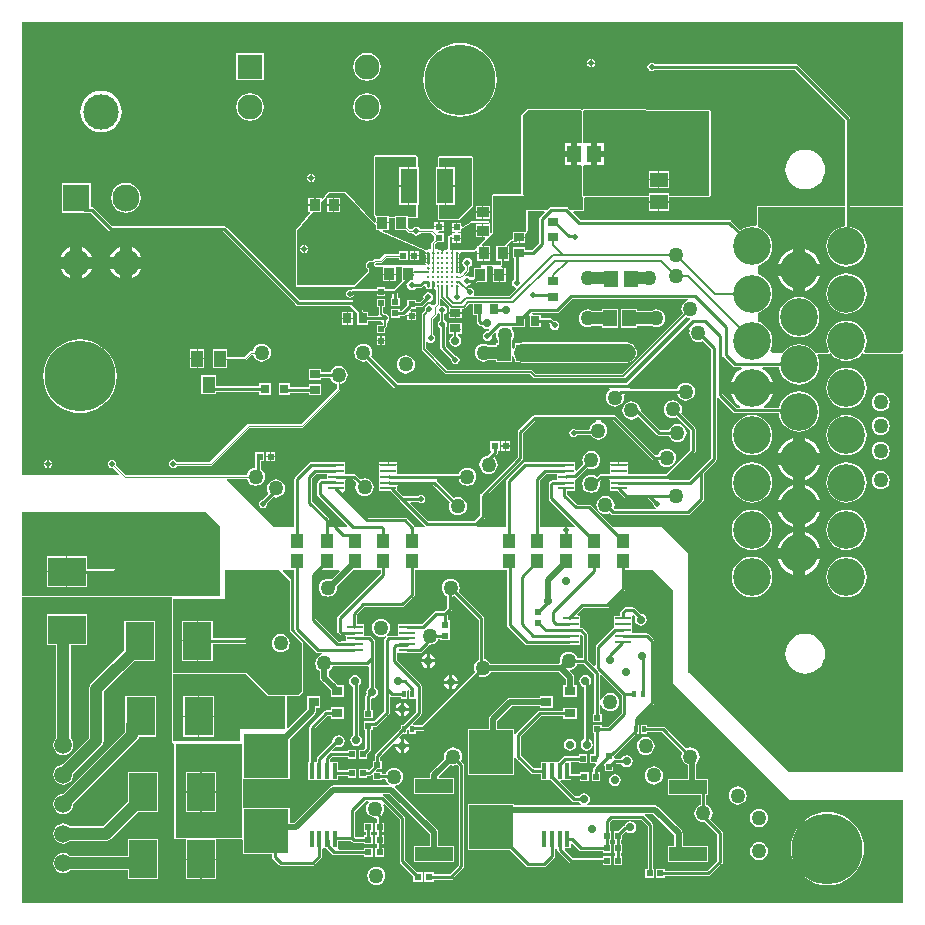
<source format=gtl>
G04*
G04 #@! TF.GenerationSoftware,Altium Limited,Altium Designer,20.2.6 (244)*
G04*
G04 Layer_Physical_Order=1*
G04 Layer_Color=255*
%FSLAX43Y43*%
%MOMM*%
G71*
G04*
G04 #@! TF.SameCoordinates,3580E7C3-C250-4552-B6DC-246D25037568*
G04*
G04*
G04 #@! TF.FilePolarity,Positive*
G04*
G01*
G75*
%ADD10C,0.500*%
%ADD13C,0.254*%
%ADD17C,0.200*%
%ADD18C,0.127*%
%ADD21R,0.500X0.550*%
%ADD22R,0.900X1.000*%
%ADD23R,0.350X1.400*%
%ADD24R,1.000X0.900*%
%ADD25C,0.500*%
%ADD26R,0.850X0.700*%
%ADD27R,0.800X0.800*%
%ADD28R,1.000X1.400*%
%ADD29R,1.150X1.350*%
%ADD30R,2.400X3.200*%
%ADD31R,3.750X3.700*%
%ADD32R,0.550X0.500*%
%ADD33R,0.600X0.600*%
%ADD34R,0.580X0.580*%
%ADD35R,0.580X0.580*%
%ADD36C,0.279*%
%ADD37R,1.328X0.279*%
%ADD38R,0.900X0.800*%
%ADD39R,0.350X0.600*%
%ADD40R,0.700X0.850*%
%ADD41R,1.450X2.950*%
%ADD42R,3.208X1.155*%
%ADD43R,1.100X1.250*%
%ADD44R,3.200X2.400*%
%ADD45R,1.500X1.300*%
%ADD66C,2.108*%
%ADD67R,2.108X2.108*%
%ADD74C,1.499*%
%ADD77C,0.230*%
%ADD78C,0.102*%
%ADD79C,0.108*%
%ADD80C,0.128*%
%ADD81C,1.500*%
%ADD82C,1.000*%
%ADD83R,2.300X2.300*%
%ADD84C,2.300*%
%ADD85C,3.000*%
%ADD86C,3.200*%
%ADD87C,6.000*%
%ADD88C,0.700*%
%ADD89C,1.270*%
G36*
X58400Y67250D02*
Y60200D01*
X58359Y60100D01*
X54952D01*
Y60302D01*
X53248D01*
Y60100D01*
X47700D01*
Y62596D01*
X47796Y62671D01*
X47827Y62671D01*
X48369D01*
Y63600D01*
Y64529D01*
X47827D01*
X47796Y64529D01*
X47700Y64604D01*
Y67259D01*
X47790Y67349D01*
X58400Y67250D01*
D02*
G37*
G36*
X30148Y57483D02*
Y57198D01*
X30415D01*
X30600Y57000D01*
X34293Y55403D01*
X34303Y55396D01*
X34310Y55386D01*
X34368Y55273D01*
X34364Y55251D01*
X34600D01*
Y55149D01*
X34364D01*
X34373Y55106D01*
X34379Y55096D01*
X34416Y55000D01*
X34379Y54905D01*
X34373Y54894D01*
X34364Y54851D01*
X34600D01*
Y54749D01*
X34364D01*
X34373Y54706D01*
X34379Y54696D01*
X34416Y54600D01*
X34379Y54504D01*
X34373Y54494D01*
X34364Y54451D01*
X34600D01*
Y54357D01*
X34562Y54349D01*
X34364D01*
X34373Y54306D01*
X34370Y54293D01*
X34299Y54200D01*
X30108D01*
X30082Y54328D01*
X30168Y54424D01*
X30589D01*
X30706Y54472D01*
X31068Y54835D01*
X32094D01*
Y54608D01*
X32877D01*
Y55392D01*
X32094D01*
Y55165D01*
X31000D01*
X30883Y55117D01*
X30521Y54754D01*
X30089D01*
X29972Y54706D01*
X29846Y54579D01*
X29700Y54608D01*
X29544Y54577D01*
X29412Y54488D01*
X29323Y54356D01*
X29292Y54200D01*
X29323Y54044D01*
X29412Y53912D01*
X29484Y53863D01*
X29510Y53710D01*
X28300Y52500D01*
X23500D01*
X23500Y57091D01*
X24869Y58698D01*
X25552D01*
Y59500D01*
X25947Y59964D01*
X26048Y59887D01*
X26048Y59780D01*
Y59351D01*
X26549D01*
Y59902D01*
X26174D01*
X26061Y59902D01*
X25977Y59999D01*
X26233Y60300D01*
X27517D01*
X30148Y57483D01*
D02*
G37*
G36*
X74796Y59337D02*
X74796Y59210D01*
X70333D01*
Y66600D01*
X70315Y66689D01*
X70265Y66765D01*
X65865Y71165D01*
X65789Y71215D01*
X65700Y71233D01*
X53767D01*
X53753Y71253D01*
X53637Y71331D01*
X53500Y71358D01*
X53363Y71331D01*
X53247Y71253D01*
X53169Y71137D01*
X53142Y71000D01*
X53169Y70863D01*
X53247Y70747D01*
X53363Y70669D01*
X53500Y70642D01*
X53637Y70669D01*
X53753Y70747D01*
X53767Y70767D01*
X65603D01*
X69867Y66503D01*
Y59210D01*
X62500D01*
X62422Y59178D01*
X62390Y59100D01*
Y57580D01*
X62263Y57484D01*
X62000Y57510D01*
X61666Y57477D01*
X61346Y57380D01*
X61050Y57222D01*
X61027Y57203D01*
X60265Y57965D01*
X60189Y58015D01*
X60100Y58033D01*
X47497D01*
X46857Y58673D01*
X46906Y58790D01*
X47610D01*
X47610Y58790D01*
X47610Y58790D01*
X47649Y58806D01*
X47688Y58822D01*
X47688Y58822D01*
X47688Y58823D01*
X47777Y58913D01*
X47777Y58913D01*
X47778Y58913D01*
X47793Y58952D01*
X47809Y58991D01*
X47809Y58991D01*
X47809Y58991D01*
X47801Y59900D01*
X47890Y59990D01*
X53248D01*
Y59601D01*
X54100D01*
X54952D01*
Y59990D01*
X58359D01*
X58379Y59998D01*
X58401D01*
X58416Y60014D01*
X58436Y60022D01*
X58445Y60042D01*
X58460Y60058D01*
X58502Y60158D01*
Y60180D01*
X58510Y60200D01*
Y67250D01*
X58494Y67288D01*
X58478Y67327D01*
X58478Y67327D01*
X58478Y67327D01*
X58439Y67343D01*
X58401Y67359D01*
X47791Y67459D01*
X47791Y67459D01*
X47791Y67459D01*
X47752Y67443D01*
X47713Y67427D01*
X47626Y67363D01*
X47509Y67404D01*
X47490Y67403D01*
X47473Y67410D01*
X43007D01*
X42968Y67394D01*
X42930Y67378D01*
X42523Y66978D01*
X42523Y66978D01*
X42522Y66978D01*
X42506Y66939D01*
X42490Y66901D01*
X42490Y66900D01*
X42490Y66900D01*
Y60210D01*
X40100D01*
X40022Y60178D01*
X39990Y60100D01*
Y56969D01*
X39927Y56919D01*
X39802Y56975D01*
Y57631D01*
X39810Y57652D01*
Y57800D01*
X39778Y57878D01*
X39700Y57910D01*
X38243Y57910D01*
X38214Y57898D01*
X38184Y57893D01*
X37499Y57457D01*
X37387Y57518D01*
Y57806D01*
X37047D01*
Y57414D01*
X36996D01*
Y57363D01*
X36604D01*
Y57023D01*
X36880D01*
X36890Y57014D01*
X36898Y56988D01*
X36822Y56886D01*
X36604D01*
Y56880D01*
X36538Y56800D01*
X36477Y56779D01*
X36467Y56780D01*
X36455Y56771D01*
X36440Y56768D01*
X36342Y56708D01*
X36335Y56697D01*
X36322Y56692D01*
X36311Y56664D01*
X36293Y56640D01*
X36295Y56627D01*
X36290Y56615D01*
X36290Y55631D01*
X36200Y55557D01*
X36063Y55530D01*
X35948Y55452D01*
X35937Y55436D01*
X35894Y55427D01*
X35851Y55436D01*
Y55238D01*
X35843Y55200D01*
X35757D01*
X35749Y55238D01*
Y55436D01*
X35706Y55427D01*
X35663Y55436D01*
X35652Y55452D01*
X35537Y55530D01*
X35400Y55557D01*
X35290Y55535D01*
X35163Y55604D01*
Y55979D01*
X35333Y56148D01*
X35892D01*
Y56932D01*
X35452D01*
X35445Y56941D01*
X35513Y57068D01*
X35892D01*
Y57409D01*
X35108D01*
Y57331D01*
X34981Y57248D01*
X34940Y57265D01*
X33971D01*
X33888Y57388D01*
X33756Y57477D01*
X33600Y57508D01*
X33444Y57477D01*
X33312Y57388D01*
X33229Y57265D01*
X33068D01*
X32866Y57467D01*
X32852Y57473D01*
Y58190D01*
X33600D01*
X33678Y58222D01*
X33710Y58300D01*
Y59323D01*
X33777D01*
Y62477D01*
X33710D01*
Y63400D01*
X33678Y63478D01*
X33600Y63510D01*
X30100Y63510D01*
X30022Y63478D01*
X29990Y63400D01*
X29990Y58509D01*
X29999Y58487D01*
X30000Y58463D01*
X30048Y58356D01*
X30063Y58342D01*
X30071Y58324D01*
X30092Y58315D01*
X30110Y58299D01*
X30148Y58179D01*
Y57818D01*
X30030Y57771D01*
X27598Y60375D01*
X27596Y60376D01*
X27595Y60378D01*
X27558Y60393D01*
X27521Y60410D01*
X27519Y60409D01*
X27517Y60410D01*
X26233D01*
X26229Y60408D01*
X26225Y60410D01*
X26191Y60392D01*
X26156Y60378D01*
X26154Y60373D01*
X26150Y60371D01*
X25893Y60070D01*
X25886Y60047D01*
X25864Y60036D01*
X25671Y59809D01*
X25552Y59853D01*
Y59902D01*
X25051D01*
Y59300D01*
X25000D01*
Y59249D01*
X24448D01*
Y58698D01*
X24573D01*
X24626Y58583D01*
X23416Y57163D01*
X23405Y57126D01*
X23390Y57091D01*
X23390Y52500D01*
X23422Y52422D01*
X23500Y52390D01*
X28300D01*
X28378Y52422D01*
X29588Y53633D01*
X29592Y53642D01*
X29600Y53647D01*
X29607Y53679D01*
X29620Y53710D01*
X29616Y53719D01*
X29619Y53729D01*
X29592Y53882D01*
X29591Y53883D01*
X29592Y53885D01*
X29569Y53919D01*
X29547Y53953D01*
X29546Y53954D01*
X29545Y53955D01*
X29491Y53991D01*
X29427Y54087D01*
X29404Y54200D01*
X29427Y54313D01*
X29491Y54409D01*
X29587Y54473D01*
X29700Y54496D01*
X29824Y54471D01*
X29835Y54473D01*
X29846Y54469D01*
X29875Y54481D01*
X29907Y54487D01*
X29954Y54451D01*
X29991Y54389D01*
X29984Y54355D01*
X29973Y54321D01*
X29976Y54314D01*
X29975Y54306D01*
X30000Y54179D01*
X30018Y54152D01*
X30030Y54122D01*
X30040Y54118D01*
X30047Y54109D01*
X30078Y54102D01*
X30108Y54090D01*
X30639D01*
X30748Y54047D01*
X30748Y53963D01*
Y53497D01*
X31300D01*
X31852D01*
X31852Y54047D01*
X31961Y54090D01*
X32239D01*
X32348Y54047D01*
Y52878D01*
X31670Y52200D01*
X30972D01*
Y52318D01*
X30219D01*
Y52200D01*
X28233D01*
X28144Y52182D01*
X28084Y52142D01*
X28000Y52158D01*
X27863Y52131D01*
X27747Y52053D01*
X27669Y51937D01*
X27642Y51800D01*
X27669Y51663D01*
X27747Y51547D01*
X27863Y51469D01*
X28000Y51442D01*
X28137Y51469D01*
X28253Y51547D01*
X28331Y51663D01*
X28345Y51733D01*
X30219D01*
Y51615D01*
X30972D01*
Y51733D01*
X31567D01*
Y51427D01*
X31423D01*
Y50723D01*
X32177D01*
Y51427D01*
X32033D01*
Y51903D01*
X32671Y52541D01*
X32745Y52516D01*
X32795Y52486D01*
X32823Y52344D01*
X32912Y52212D01*
X33044Y52123D01*
X33200Y52092D01*
X33356Y52123D01*
X33488Y52212D01*
X33525Y52267D01*
X33900D01*
X33989Y52285D01*
X34065Y52335D01*
X34225Y52496D01*
X34348Y52466D01*
X34362Y52440D01*
X34354Y52400D01*
X34373Y52306D01*
X34426Y52226D01*
X34506Y52173D01*
X34600Y52154D01*
X34694Y52173D01*
X34704Y52179D01*
X34800Y52216D01*
X34896Y52179D01*
X34906Y52173D01*
X34949Y52164D01*
Y52400D01*
X35051D01*
Y52164D01*
X35094Y52173D01*
X35104Y52179D01*
X35109Y52181D01*
X35235Y52114D01*
Y50968D01*
X35107Y50840D01*
X35053Y50817D01*
X34946Y50817D01*
X34856Y50877D01*
X34700Y50908D01*
X34544Y50877D01*
X34412Y50788D01*
X34323Y50656D01*
X34292Y50500D01*
X34320Y50359D01*
X34099Y50137D01*
X34062Y50083D01*
X34049Y50018D01*
Y47082D01*
X34062Y47017D01*
X34099Y46963D01*
X35997Y45064D01*
X36052Y45027D01*
X36117Y45015D01*
X43193D01*
X43527Y44681D01*
X43582Y44644D01*
X43647Y44631D01*
X51100D01*
X51165Y44644D01*
X51219Y44681D01*
X56392Y49853D01*
X56416Y49834D01*
X56601Y49758D01*
X56731Y49740D01*
X56777Y49606D01*
X51403Y44233D01*
X31997D01*
X29780Y46450D01*
X29842Y46601D01*
X29869Y46800D01*
X29842Y46999D01*
X29766Y47184D01*
X29643Y47343D01*
X29484Y47466D01*
X29299Y47542D01*
X29100Y47569D01*
X28901Y47542D01*
X28716Y47466D01*
X28557Y47343D01*
X28434Y47184D01*
X28358Y46999D01*
X28331Y46800D01*
X28358Y46601D01*
X28434Y46416D01*
X28557Y46257D01*
X28716Y46134D01*
X28901Y46058D01*
X29100Y46031D01*
X29299Y46058D01*
X29450Y46120D01*
X31735Y43835D01*
X31811Y43785D01*
X31900Y43767D01*
X49940D01*
X49982Y43640D01*
X49857Y43543D01*
X49734Y43384D01*
X49658Y43199D01*
X49631Y43000D01*
X49658Y42801D01*
X49734Y42616D01*
X49857Y42457D01*
X50016Y42334D01*
X50201Y42258D01*
X50400Y42231D01*
X50599Y42258D01*
X50784Y42334D01*
X50943Y42457D01*
X51066Y42616D01*
X51142Y42801D01*
X51169Y43000D01*
X51150Y43140D01*
X51239Y43267D01*
X55672D01*
X55734Y43116D01*
X55857Y42957D01*
X56016Y42834D01*
X56201Y42758D01*
X56400Y42731D01*
X56599Y42758D01*
X56784Y42834D01*
X56943Y42957D01*
X57066Y43116D01*
X57142Y43301D01*
X57169Y43500D01*
X57142Y43699D01*
X57066Y43884D01*
X56943Y44043D01*
X56784Y44166D01*
X56599Y44242D01*
X56400Y44269D01*
X56201Y44242D01*
X56016Y44166D01*
X55857Y44043D01*
X55734Y43884D01*
X55672Y43733D01*
X51738D01*
X51717Y43762D01*
X51690Y43860D01*
X56654Y48825D01*
X56762Y48753D01*
X56726Y48667D01*
X56700Y48468D01*
X56726Y48269D01*
X56803Y48084D01*
X56925Y47924D01*
X57084Y47802D01*
X57270Y47726D01*
X57469Y47699D01*
X57668Y47726D01*
X57853Y47802D01*
X57854Y47803D01*
X58541Y47117D01*
Y37870D01*
X57535Y36865D01*
X56695Y36025D01*
X55029D01*
X54995Y36084D01*
X54982Y36152D01*
X57165Y38335D01*
X57215Y38411D01*
X57233Y38500D01*
Y40300D01*
X57215Y40389D01*
X57165Y40465D01*
X55980Y41650D01*
X56042Y41801D01*
X56069Y42000D01*
X56042Y42199D01*
X55966Y42384D01*
X55843Y42543D01*
X55684Y42666D01*
X55499Y42742D01*
X55300Y42769D01*
X55101Y42742D01*
X54916Y42666D01*
X54757Y42543D01*
X54634Y42384D01*
X54558Y42199D01*
X54531Y42000D01*
X54558Y41801D01*
X54634Y41616D01*
X54757Y41457D01*
X54916Y41334D01*
X55101Y41258D01*
X55300Y41231D01*
X55499Y41258D01*
X55650Y41320D01*
X56767Y40203D01*
Y38597D01*
X54703Y36533D01*
X51595D01*
X51479Y36559D01*
X51479Y36668D01*
X51479Y37042D01*
X51479Y37169D01*
Y37250D01*
X50713D01*
X49948D01*
Y37059D01*
X49948Y36932D01*
X49948Y36559D01*
X49832Y36533D01*
X49200D01*
X49111Y36515D01*
X49035Y36465D01*
X48870Y36300D01*
X48784Y36366D01*
X48599Y36442D01*
X48400Y36469D01*
X48201Y36442D01*
X48016Y36366D01*
X47857Y36243D01*
X47734Y36084D01*
X47658Y35899D01*
X47631Y35700D01*
X47658Y35501D01*
X47715Y35361D01*
X47704Y35304D01*
X47722Y35215D01*
X47772Y35139D01*
X47848Y35089D01*
X47937Y35071D01*
X47968D01*
X48016Y35034D01*
X48201Y34958D01*
X48400Y34931D01*
X48599Y34958D01*
X48784Y35034D01*
X48943Y35157D01*
X49066Y35316D01*
X49142Y35501D01*
X49169Y35700D01*
X49142Y35899D01*
X49138Y35909D01*
X49297Y36067D01*
X49832D01*
X49948Y36041D01*
X49948Y35932D01*
X49948Y35558D01*
X49948Y35431D01*
Y35058D01*
X50614D01*
X50616Y35054D01*
X51135Y34535D01*
X51211Y34485D01*
X51300Y34467D01*
X53203D01*
X53646Y34024D01*
X53642Y34000D01*
X53669Y33863D01*
X53747Y33747D01*
X53863Y33669D01*
X53907Y33660D01*
X53894Y33533D01*
X50410D01*
X50325Y33660D01*
X50342Y33701D01*
X50369Y33900D01*
X50342Y34099D01*
X50266Y34284D01*
X50143Y34443D01*
X49984Y34566D01*
X49799Y34642D01*
X49600Y34669D01*
X49401Y34642D01*
X49216Y34566D01*
X49057Y34443D01*
X48934Y34284D01*
X48858Y34099D01*
X48831Y33900D01*
X48858Y33701D01*
X48934Y33516D01*
X49057Y33357D01*
X49216Y33234D01*
X49401Y33158D01*
X49600Y33131D01*
X49799Y33158D01*
X49969Y33228D01*
X50062Y33135D01*
X50137Y33085D01*
X50226Y33067D01*
X56600D01*
X56689Y33085D01*
X56765Y33135D01*
X57865Y34235D01*
X57915Y34311D01*
X57933Y34400D01*
Y36603D01*
X58939Y37609D01*
X58989Y37685D01*
X59007Y37774D01*
Y42990D01*
X59019Y42999D01*
X59134Y43036D01*
X60435Y41735D01*
X60511Y41685D01*
X60600Y41667D01*
X64303D01*
X64323Y41466D01*
X64420Y41146D01*
X64578Y40850D01*
X64791Y40591D01*
X65050Y40378D01*
X65346Y40220D01*
X65666Y40123D01*
X66000Y40090D01*
X66334Y40123D01*
X66654Y40220D01*
X66950Y40378D01*
X67209Y40591D01*
X67422Y40850D01*
X67580Y41146D01*
X67677Y41466D01*
X67710Y41800D01*
X67677Y42134D01*
X67580Y42454D01*
X67422Y42750D01*
X67209Y43009D01*
X66950Y43222D01*
X66654Y43380D01*
X66334Y43477D01*
X66000Y43510D01*
X65666Y43477D01*
X65346Y43380D01*
X65050Y43222D01*
X64791Y43009D01*
X64578Y42750D01*
X64420Y42454D01*
X64323Y42134D01*
X64323Y42133D01*
X63065D01*
X63048Y42199D01*
X63046Y42260D01*
X63317Y42483D01*
X63549Y42765D01*
X63721Y43087D01*
X63786Y43300D01*
X62000D01*
X60214D01*
X60279Y43087D01*
X60451Y42765D01*
X60683Y42483D01*
X60954Y42260D01*
X60952Y42199D01*
X60935Y42133D01*
X60697D01*
X59503Y43327D01*
Y46405D01*
X59630Y46443D01*
X59635Y46435D01*
X60435Y45635D01*
X60511Y45585D01*
X60600Y45567D01*
X61103D01*
X61135Y45440D01*
X60965Y45349D01*
X60683Y45117D01*
X60451Y44835D01*
X60279Y44513D01*
X60214Y44300D01*
X62000D01*
X63786D01*
X63721Y44513D01*
X63549Y44835D01*
X63317Y45117D01*
X63035Y45349D01*
X62865Y45440D01*
X62897Y45567D01*
X64313D01*
X64323Y45466D01*
X64420Y45146D01*
X64578Y44850D01*
X64791Y44591D01*
X65050Y44378D01*
X65346Y44220D01*
X65666Y44123D01*
X66000Y44090D01*
X66334Y44123D01*
X66654Y44220D01*
X66950Y44378D01*
X67209Y44591D01*
X67422Y44850D01*
X67580Y45146D01*
X67677Y45466D01*
X67710Y45800D01*
X67677Y46134D01*
X67580Y46454D01*
X67512Y46581D01*
X67577Y46690D01*
X68461D01*
X68474Y46695D01*
X68488Y46693D01*
X68512Y46711D01*
X68539Y46722D01*
X68662Y46749D01*
X68791Y46591D01*
X69050Y46378D01*
X69346Y46220D01*
X69666Y46123D01*
X70000Y46090D01*
X70334Y46123D01*
X70654Y46220D01*
X70950Y46378D01*
X71209Y46591D01*
X71338Y46749D01*
X71461Y46722D01*
X71488Y46711D01*
X71512Y46693D01*
X71526Y46695D01*
X71539Y46690D01*
X74600D01*
X74678Y46722D01*
X74679Y46723D01*
X74796Y46675D01*
X74796Y11300D01*
X65100D01*
X56600Y19800D01*
Y29800D01*
X54400Y32000D01*
X50225D01*
X48361Y33865D01*
X48285Y33915D01*
X48196Y33933D01*
X47197D01*
X46333Y34797D01*
Y35058D01*
X47052D01*
Y35541D01*
X47052D01*
Y35558D01*
X47052D01*
Y36041D01*
X47144Y36126D01*
X47178Y36148D01*
X48050Y37020D01*
X48201Y36958D01*
X48400Y36931D01*
X48599Y36958D01*
X48784Y37034D01*
X48943Y37157D01*
X49066Y37316D01*
X49142Y37501D01*
X49169Y37700D01*
X49142Y37899D01*
X49066Y38084D01*
X48943Y38243D01*
X48784Y38366D01*
X48599Y38442D01*
X48400Y38469D01*
X48201Y38442D01*
X48016Y38366D01*
X47857Y38243D01*
X47734Y38084D01*
X47658Y37899D01*
X47631Y37700D01*
X47658Y37501D01*
X47720Y37350D01*
X47170Y36799D01*
X47052Y36848D01*
Y37042D01*
X47052D01*
Y37059D01*
X47052D01*
Y37542D01*
X45521D01*
Y37533D01*
X42800D01*
X42711Y37515D01*
X42635Y37465D01*
X41264Y36094D01*
X41213Y36018D01*
X41196Y35929D01*
Y32000D01*
X38791D01*
X38753Y32127D01*
X38765Y32135D01*
X39365Y32735D01*
X39415Y32811D01*
X39433Y32900D01*
Y34603D01*
X42565Y37735D01*
X42615Y37811D01*
X42633Y37900D01*
Y40003D01*
X43697Y41067D01*
X48782D01*
X48801Y40942D01*
X48616Y40866D01*
X48457Y40743D01*
X48334Y40584D01*
X48258Y40399D01*
X48242Y40280D01*
X47114D01*
X47037Y40331D01*
X46900Y40358D01*
X46763Y40331D01*
X46647Y40253D01*
X46569Y40137D01*
X46542Y40000D01*
X46569Y39863D01*
X46647Y39747D01*
X46763Y39669D01*
X46900Y39642D01*
X47037Y39669D01*
X47153Y39747D01*
X47199Y39814D01*
X48336D01*
X48457Y39657D01*
X48616Y39534D01*
X48801Y39458D01*
X49000Y39431D01*
X49199Y39458D01*
X49384Y39534D01*
X49543Y39657D01*
X49666Y39816D01*
X49742Y40001D01*
X49769Y40200D01*
X49742Y40399D01*
X49666Y40584D01*
X49543Y40743D01*
X49384Y40866D01*
X49199Y40942D01*
X49218Y41067D01*
X50203D01*
X53535Y37735D01*
X53611Y37685D01*
X53700Y37667D01*
X54072D01*
X54134Y37516D01*
X54257Y37357D01*
X54416Y37234D01*
X54601Y37158D01*
X54800Y37131D01*
X54999Y37158D01*
X55184Y37234D01*
X55343Y37357D01*
X55466Y37516D01*
X55542Y37701D01*
X55569Y37900D01*
X55542Y38099D01*
X55466Y38284D01*
X55343Y38443D01*
X55184Y38566D01*
X54999Y38642D01*
X54800Y38669D01*
X54601Y38642D01*
X54416Y38566D01*
X54257Y38443D01*
X54134Y38284D01*
X54072Y38133D01*
X53797D01*
X50465Y41465D01*
X50389Y41515D01*
X50300Y41533D01*
X43600D01*
X43511Y41515D01*
X43435Y41465D01*
X42235Y40265D01*
X42185Y40189D01*
X42167Y40100D01*
Y37997D01*
X39035Y34865D01*
X38985Y34789D01*
X38967Y34700D01*
Y32997D01*
X38503Y32533D01*
X34597D01*
X33080Y34050D01*
X33129Y34167D01*
X33733D01*
X33747Y34147D01*
X33863Y34069D01*
X34000Y34042D01*
X34137Y34069D01*
X34253Y34147D01*
X34331Y34263D01*
X34358Y34400D01*
X34331Y34537D01*
X34253Y34653D01*
X34137Y34731D01*
X34000Y34758D01*
X33863Y34731D01*
X33747Y34653D01*
X33733Y34633D01*
X32497D01*
X31979Y35151D01*
X31979Y35541D01*
X32098Y35559D01*
X35011D01*
X36420Y34150D01*
X36358Y33999D01*
X36331Y33800D01*
X36358Y33601D01*
X36434Y33416D01*
X36557Y33257D01*
X36716Y33134D01*
X36901Y33058D01*
X37100Y33031D01*
X37299Y33058D01*
X37484Y33134D01*
X37643Y33257D01*
X37766Y33416D01*
X37842Y33601D01*
X37869Y33800D01*
X37842Y33999D01*
X37766Y34184D01*
X37643Y34343D01*
X37484Y34466D01*
X37299Y34542D01*
X37100Y34569D01*
X36901Y34542D01*
X36750Y34480D01*
X35290Y35940D01*
X35303Y36008D01*
X35337Y36067D01*
X36313D01*
X36313Y36067D01*
X37172D01*
X37234Y35916D01*
X37357Y35757D01*
X37516Y35634D01*
X37701Y35558D01*
X37900Y35531D01*
X38099Y35558D01*
X38284Y35634D01*
X38443Y35757D01*
X38566Y35916D01*
X38642Y36101D01*
X38669Y36300D01*
X38642Y36499D01*
X38566Y36684D01*
X38443Y36843D01*
X38284Y36966D01*
X38099Y37042D01*
X37900Y37069D01*
X37701Y37042D01*
X37516Y36966D01*
X37357Y36843D01*
X37234Y36684D01*
X37172Y36533D01*
X36313D01*
X36313Y36533D01*
X32095D01*
X31979Y36559D01*
X31979Y36668D01*
X31979Y37042D01*
X31979Y37169D01*
Y37250D01*
X31213D01*
X30448D01*
Y37059D01*
X30448Y36932D01*
X30448Y36559D01*
X30448Y36432D01*
X30448Y36059D01*
X30448Y35932D01*
X30448Y35558D01*
X30448Y35431D01*
Y35058D01*
X31412D01*
X32235Y34235D01*
X34335Y32135D01*
X34347Y32127D01*
X34309Y32000D01*
X33440D01*
X33424Y32081D01*
X33424Y32081D01*
X33373Y32156D01*
X32765Y32765D01*
X32718Y32796D01*
X32689Y32815D01*
X32600Y32833D01*
X29526D01*
X27418Y34941D01*
X27467Y35058D01*
X27552D01*
Y35431D01*
X27552Y35541D01*
X27552D01*
Y35558D01*
X27552D01*
Y36041D01*
X27668Y36067D01*
X28203D01*
X28520Y35750D01*
X28458Y35599D01*
X28431Y35400D01*
X28458Y35201D01*
X28534Y35016D01*
X28657Y34857D01*
X28816Y34734D01*
X29001Y34658D01*
X29200Y34631D01*
X29399Y34658D01*
X29584Y34734D01*
X29743Y34857D01*
X29866Y35016D01*
X29942Y35201D01*
X29969Y35400D01*
X29942Y35599D01*
X29866Y35784D01*
X29743Y35943D01*
X29584Y36066D01*
X29399Y36142D01*
X29200Y36169D01*
X29001Y36142D01*
X28850Y36080D01*
X28465Y36465D01*
X28389Y36515D01*
X28300Y36533D01*
X27668D01*
X27552Y36559D01*
Y37042D01*
X27552D01*
Y37059D01*
X27552D01*
Y37542D01*
X26785D01*
X26704Y37558D01*
X26624Y37542D01*
X26021D01*
Y37533D01*
X24700D01*
X24611Y37515D01*
X24535Y37465D01*
X23331Y36261D01*
X23280Y36185D01*
X23263Y36096D01*
Y32000D01*
X21500D01*
X17482Y36018D01*
X17531Y36135D01*
X19253D01*
X19258Y36101D01*
X19334Y35916D01*
X19457Y35757D01*
X19616Y35634D01*
X19801Y35558D01*
X20000Y35531D01*
X20199Y35558D01*
X20384Y35634D01*
X20543Y35757D01*
X20666Y35916D01*
X20742Y36101D01*
X20769Y36300D01*
X20742Y36499D01*
X20666Y36684D01*
X20543Y36843D01*
X20403Y36951D01*
Y37608D01*
X20732D01*
Y38392D01*
X19948D01*
Y37888D01*
X19937Y37830D01*
Y37060D01*
X19801Y37042D01*
X19616Y36966D01*
X19457Y36843D01*
X19334Y36684D01*
X19258Y36499D01*
X19253Y36465D01*
X8968D01*
X8138Y37296D01*
X8158Y37400D01*
X8131Y37537D01*
X8053Y37653D01*
X7937Y37731D01*
X7800Y37758D01*
X7663Y37731D01*
X7547Y37653D01*
X7469Y37537D01*
X7442Y37400D01*
X7469Y37263D01*
X7547Y37147D01*
X7663Y37069D01*
X7800Y37042D01*
X7904Y37062D01*
X8449Y36517D01*
X8401Y36400D01*
X204D01*
Y74796D01*
X74796D01*
Y59337D01*
D02*
G37*
G36*
X47590Y67259D02*
Y64604D01*
X47530Y64557D01*
X47480Y64529D01*
X47231D01*
Y63600D01*
Y62671D01*
X47480D01*
X47530Y62643D01*
X47590Y62596D01*
Y60100D01*
X47622Y60022D01*
X47690Y59994D01*
X47699Y58990D01*
X47610Y58900D01*
X46630D01*
X46465Y59065D01*
X46389Y59115D01*
X46300Y59133D01*
X45000D01*
X44911Y59115D01*
X44835Y59065D01*
X44670Y58900D01*
X42900D01*
Y57098D01*
X42827Y57002D01*
X41773D01*
Y56416D01*
X41691D01*
X41574Y56367D01*
X41116Y55910D01*
X41072Y55802D01*
X40348D01*
Y54598D01*
X40735D01*
Y54222D01*
X39100D01*
Y54002D01*
X38448D01*
Y53200D01*
X38171D01*
X38056Y53277D01*
X37900Y53308D01*
X37801Y53288D01*
X37738Y53405D01*
X38017Y53683D01*
X38065Y53800D01*
Y54029D01*
X38188Y54112D01*
X38277Y54244D01*
X38308Y54400D01*
X38277Y54556D01*
X38188Y54688D01*
X38056Y54777D01*
X37900Y54808D01*
X37744Y54777D01*
X37612Y54688D01*
X37523Y54556D01*
X37492Y54400D01*
X37523Y54244D01*
X37612Y54112D01*
X37735Y54029D01*
Y53868D01*
X37380Y53513D01*
X37380Y53513D01*
X37353Y53486D01*
X37236Y53549D01*
X37236Y53549D01*
X37000D01*
Y53651D01*
X37236D01*
X37227Y53694D01*
X37221Y53704D01*
X37184Y53800D01*
X37221Y53896D01*
X37227Y53906D01*
X37236Y53949D01*
X37000D01*
Y54051D01*
X37236D01*
X37227Y54094D01*
X37221Y54104D01*
X37184Y54200D01*
X37221Y54296D01*
X37227Y54306D01*
X37236Y54349D01*
X37000D01*
Y54451D01*
X37236D01*
X37227Y54494D01*
X37221Y54504D01*
X37184Y54600D01*
X37221Y54696D01*
X37227Y54706D01*
X37236Y54749D01*
X37000D01*
Y54851D01*
X37236D01*
X37227Y54894D01*
X37221Y54905D01*
X37184Y55000D01*
X37221Y55096D01*
X37227Y55106D01*
X37246Y55200D01*
X37356Y55300D01*
X38500D01*
X38631Y55431D01*
X38748Y55382D01*
Y55251D01*
X39249D01*
Y55802D01*
X39168D01*
X39119Y55919D01*
X39748Y56548D01*
X39802D01*
Y56602D01*
X40100Y56900D01*
Y60100D01*
X42700D01*
X42600Y60200D01*
Y66900D01*
X43007Y67300D01*
X47473D01*
X47590Y67259D01*
D02*
G37*
G36*
X33600Y62477D02*
X33001D01*
Y60900D01*
Y59323D01*
X33600D01*
Y58300D01*
X32852D01*
Y58402D01*
X31748D01*
Y58300D01*
X31252D01*
Y58402D01*
X30148D01*
X30100Y58509D01*
X30100Y63400D01*
X33600Y63400D01*
Y62477D01*
D02*
G37*
G36*
X39700Y57652D02*
X39251D01*
Y57100D01*
Y56548D01*
X39382D01*
X39431Y56431D01*
X38802Y55802D01*
X38748D01*
Y55748D01*
X38500Y55500D01*
X36400D01*
X36400Y56615D01*
X36498Y56675D01*
X36604Y56616D01*
Y56545D01*
X37387D01*
Y56886D01*
X37182D01*
X37119Y57013D01*
X37126Y57023D01*
X37387D01*
Y57256D01*
X38243Y57800D01*
X39700Y57800D01*
Y57652D01*
D02*
G37*
G36*
X44443Y58673D02*
X44035Y58265D01*
X43985Y58189D01*
X43967Y58100D01*
Y56097D01*
X43353Y55483D01*
X42827D01*
Y55702D01*
X41773D01*
Y54798D01*
X41867D01*
Y53025D01*
X41812Y52988D01*
X41723Y52856D01*
X41692Y52700D01*
X41723Y52544D01*
X41812Y52412D01*
X41944Y52323D01*
X41995Y52313D01*
X42037Y52175D01*
X41430Y51568D01*
X38512D01*
X38444Y51695D01*
X38477Y51744D01*
X38508Y51900D01*
X38477Y52056D01*
X38388Y52188D01*
X38256Y52277D01*
X38100Y52308D01*
X37959Y52280D01*
X37870Y52369D01*
X37885Y52430D01*
X37922Y52497D01*
X38056Y52523D01*
X38188Y52612D01*
X38225Y52667D01*
X38500D01*
X38589Y52685D01*
X38665Y52735D01*
X38728Y52798D01*
X39552D01*
Y54002D01*
X39552D01*
X39592Y54112D01*
X40008D01*
X40048Y54002D01*
X40048Y53985D01*
Y53451D01*
X40600D01*
X41152D01*
Y54002D01*
X40801D01*
X40776Y54129D01*
X40813Y54144D01*
X40845Y54222D01*
Y54598D01*
X40849D01*
Y55200D01*
X40900D01*
Y55251D01*
X41452D01*
Y55802D01*
X41343D01*
X41291Y55929D01*
X41636Y56274D01*
X41646Y56278D01*
X41773Y56201D01*
Y56098D01*
X42249D01*
Y56550D01*
X42300D01*
Y56601D01*
X42827D01*
Y56772D01*
X42841Y56893D01*
X42872Y56910D01*
X42904Y56924D01*
X42907Y56931D01*
X42914Y56935D01*
X42988Y57032D01*
X42997Y57066D01*
X43010Y57098D01*
Y58790D01*
X44394D01*
X44443Y58673D01*
D02*
G37*
G36*
X31748Y57198D02*
X32668D01*
X32883Y56983D01*
X33000Y56935D01*
X33229D01*
X33312Y56812D01*
X33444Y56723D01*
X33600Y56692D01*
X33756Y56723D01*
X33888Y56812D01*
X33971Y56935D01*
X34872D01*
X35108Y56698D01*
Y56373D01*
X34893Y56157D01*
X34858Y56105D01*
X34846Y56045D01*
Y55589D01*
X34794Y55561D01*
X34719Y55533D01*
X34600Y55557D01*
X34463Y55530D01*
X34390Y55481D01*
X34366Y55486D01*
X34356Y55493D01*
X34344Y55496D01*
X34336Y55504D01*
X30712Y57071D01*
X30738Y57198D01*
X31252D01*
Y57749D01*
X30700D01*
Y57851D01*
X31252D01*
Y58190D01*
X31748D01*
Y57198D01*
D02*
G37*
G36*
X74796Y46996D02*
X74600Y46800D01*
X71539D01*
X71463Y46927D01*
X71580Y47146D01*
X71677Y47466D01*
X71710Y47800D01*
X71677Y48134D01*
X71580Y48454D01*
X71422Y48750D01*
X71209Y49009D01*
X70950Y49222D01*
X70654Y49380D01*
X70334Y49477D01*
X70000Y49510D01*
X69666Y49477D01*
X69346Y49380D01*
X69050Y49222D01*
X68791Y49009D01*
X68578Y48750D01*
X68420Y48454D01*
X68323Y48134D01*
X68290Y47800D01*
X68323Y47466D01*
X68420Y47146D01*
X68537Y46927D01*
X68461Y46800D01*
X67381D01*
X67209Y47009D01*
X66950Y47222D01*
X66654Y47380D01*
X66334Y47477D01*
X66000Y47510D01*
X65666Y47477D01*
X65346Y47380D01*
X65050Y47222D01*
X64791Y47009D01*
X64619Y46800D01*
X63700D01*
X63501Y46999D01*
X63580Y47146D01*
X63677Y47466D01*
X63710Y47800D01*
X63677Y48134D01*
X63580Y48454D01*
X63422Y48750D01*
X63209Y49009D01*
X62950Y49222D01*
X62654Y49380D01*
X62500Y49427D01*
Y50174D01*
X62654Y50220D01*
X62950Y50378D01*
X63209Y50591D01*
X63422Y50850D01*
X63580Y51146D01*
X63677Y51466D01*
X63710Y51800D01*
X63677Y52134D01*
X63580Y52454D01*
X63422Y52750D01*
X63209Y53009D01*
X62950Y53222D01*
X62654Y53380D01*
X62500Y53426D01*
Y54174D01*
X62654Y54220D01*
X62950Y54378D01*
X63209Y54591D01*
X63422Y54850D01*
X63580Y55146D01*
X63677Y55466D01*
X63710Y55800D01*
X63677Y56134D01*
X63580Y56454D01*
X63422Y56750D01*
X63209Y57009D01*
X62950Y57222D01*
X62654Y57380D01*
X62500Y57426D01*
Y59100D01*
X69867D01*
Y57497D01*
X69666Y57477D01*
X69346Y57380D01*
X69050Y57222D01*
X68791Y57009D01*
X68578Y56750D01*
X68420Y56454D01*
X68323Y56134D01*
X68290Y55800D01*
X68323Y55466D01*
X68420Y55146D01*
X68578Y54850D01*
X68791Y54591D01*
X69050Y54378D01*
X69346Y54220D01*
X69666Y54123D01*
X70000Y54090D01*
X70334Y54123D01*
X70654Y54220D01*
X70950Y54378D01*
X71209Y54591D01*
X71422Y54850D01*
X71580Y55146D01*
X71677Y55466D01*
X71710Y55800D01*
X71677Y56134D01*
X71580Y56454D01*
X71422Y56750D01*
X71209Y57009D01*
X70950Y57222D01*
X70654Y57380D01*
X70334Y57477D01*
X70333Y57477D01*
Y59100D01*
X74796D01*
Y46996D01*
D02*
G37*
G36*
X36341Y50721D02*
X36373Y50602D01*
X36373D01*
X36373Y50602D01*
Y50201D01*
X37427D01*
Y50532D01*
X37600D01*
X37664Y50544D01*
X37719Y50581D01*
X38070Y50932D01*
X38398D01*
Y49973D01*
X38692D01*
Y49470D01*
X38710Y49381D01*
X38760Y49306D01*
X38931Y49135D01*
X39006Y49085D01*
X39095Y49067D01*
X39154D01*
X39240Y48940D01*
X39405Y48829D01*
X39600Y48790D01*
X39701Y48810D01*
X39764Y48693D01*
X39665Y48595D01*
X39600Y48608D01*
X39444Y48577D01*
X39312Y48488D01*
X39223Y48356D01*
X39192Y48200D01*
X39223Y48044D01*
X39312Y47912D01*
X39444Y47823D01*
X39600Y47792D01*
X39756Y47823D01*
X39888Y47912D01*
X39977Y48044D01*
X40008Y48200D01*
X39995Y48265D01*
X40230Y48500D01*
X40350Y48441D01*
X40331Y48300D01*
X40358Y48101D01*
X40434Y47916D01*
X40487Y47848D01*
Y47577D01*
X40298D01*
Y47413D01*
X39752D01*
X39684Y47466D01*
X39499Y47542D01*
X39300Y47569D01*
X39101Y47542D01*
X38916Y47466D01*
X38757Y47343D01*
X38634Y47184D01*
X38558Y46999D01*
X38531Y46800D01*
X38558Y46601D01*
X38634Y46416D01*
X38757Y46257D01*
X38916Y46134D01*
X39101Y46058D01*
X39300Y46031D01*
X39499Y46058D01*
X39684Y46134D01*
X39752Y46187D01*
X40298D01*
Y46023D01*
X41652D01*
Y46583D01*
X41665Y46592D01*
X41701Y46588D01*
X41814Y46532D01*
X41881Y46371D01*
X41948Y46283D01*
Y46023D01*
X42275D01*
X42403Y45970D01*
X42625Y45941D01*
X51400D01*
X51622Y45970D01*
X51829Y46056D01*
X52007Y46193D01*
X52144Y46371D01*
X52230Y46578D01*
X52259Y46800D01*
X52230Y47022D01*
X52144Y47229D01*
X52007Y47407D01*
X51829Y47544D01*
X51622Y47630D01*
X51400Y47659D01*
X42625D01*
X42403Y47630D01*
X42275Y47577D01*
X41948D01*
Y47317D01*
X41881Y47229D01*
X41840Y47131D01*
X41713Y47156D01*
Y47848D01*
X41766Y47916D01*
X41842Y48101D01*
X41869Y48300D01*
X41842Y48499D01*
X41766Y48684D01*
X41645Y48842D01*
X41646Y48849D01*
X41689Y48969D01*
X42127D01*
X42150Y48973D01*
X42802D01*
Y49697D01*
X43071Y49967D01*
X43198Y49914D01*
Y48973D01*
X44102D01*
Y49267D01*
X44803D01*
X44905Y49165D01*
X44892Y49100D01*
X44923Y48944D01*
X45012Y48812D01*
X45144Y48723D01*
X45300Y48692D01*
X45456Y48723D01*
X45588Y48812D01*
X45677Y48944D01*
X45708Y49100D01*
X45677Y49256D01*
X45588Y49388D01*
X45456Y49477D01*
X45300Y49508D01*
X45235Y49495D01*
X45065Y49665D01*
X44989Y49715D01*
X44900Y49733D01*
X44102D01*
Y50027D01*
X43449D01*
X43381Y50154D01*
X43390Y50167D01*
X45500D01*
X45589Y50185D01*
X45665Y50235D01*
X46797Y51367D01*
X56582D01*
X56601Y51242D01*
X56416Y51166D01*
X56257Y51043D01*
X56134Y50884D01*
X56058Y50699D01*
X56031Y50500D01*
X56058Y50301D01*
X56134Y50116D01*
X56153Y50092D01*
X51030Y44969D01*
X43717D01*
X43383Y45303D01*
X43328Y45339D01*
X43263Y45352D01*
X36187D01*
X34387Y47152D01*
Y47670D01*
X34512Y47712D01*
X34644Y47623D01*
X34800Y47592D01*
X34956Y47623D01*
X35088Y47712D01*
X35177Y47844D01*
X35208Y48000D01*
X35177Y48156D01*
X35088Y48288D01*
X34965Y48371D01*
Y49632D01*
X35317Y49983D01*
X35365Y50100D01*
Y50103D01*
X35492Y50141D01*
X35512Y50112D01*
X35631Y50032D01*
Y49568D01*
X35512Y49488D01*
X35423Y49356D01*
X35392Y49200D01*
X35423Y49044D01*
X35512Y48912D01*
X35597Y48854D01*
Y47270D01*
X35615Y47181D01*
X35665Y47105D01*
X36546Y46224D01*
X36542Y46200D01*
X36569Y46063D01*
X36647Y45947D01*
X36763Y45869D01*
X36900Y45842D01*
X37037Y45869D01*
X37153Y45947D01*
X37231Y46063D01*
X37258Y46200D01*
X37231Y46337D01*
X37153Y46453D01*
X37037Y46531D01*
X36900Y46558D01*
X36876Y46554D01*
X36063Y47366D01*
Y48895D01*
X36088Y48912D01*
X36177Y49044D01*
X36208Y49200D01*
X36177Y49356D01*
X36088Y49488D01*
X35969Y49568D01*
Y50032D01*
X36088Y50112D01*
X36177Y50244D01*
X36208Y50400D01*
X36177Y50556D01*
X36088Y50688D01*
X35956Y50777D01*
X35800Y50808D01*
X35652Y50778D01*
X35620Y50800D01*
X35552Y50868D01*
X35565Y50900D01*
Y51326D01*
X35646Y51364D01*
X35692Y51370D01*
X36341Y50721D01*
D02*
G37*
G36*
X45521Y36541D02*
Y36059D01*
X45405Y36033D01*
X45161D01*
X45071Y36015D01*
X44996Y35965D01*
X44847Y35816D01*
X44797Y35740D01*
X44779Y35651D01*
Y34480D01*
X44797Y34390D01*
X44847Y34315D01*
X47045Y32117D01*
X46996Y32000D01*
X44066D01*
Y36036D01*
X44589Y36559D01*
X45401D01*
X45521Y36541D01*
D02*
G37*
G36*
X26021D02*
Y36088D01*
X25549D01*
X25460Y36070D01*
X25384Y36020D01*
X25235Y35871D01*
X25185Y35796D01*
X25167Y35706D01*
Y34800D01*
X25185Y34711D01*
X25235Y34635D01*
X27753Y32117D01*
X27704Y32000D01*
X26229D01*
Y32604D01*
X26211Y32693D01*
X26161Y32769D01*
X24733Y34197D01*
Y36203D01*
X25089Y36559D01*
X25901D01*
X26021Y36541D01*
D02*
G37*
G36*
X30571Y28101D02*
X26935Y24465D01*
X26885Y24389D01*
X26867Y24300D01*
Y23249D01*
X26885Y23160D01*
X26935Y23084D01*
X27084Y22935D01*
X27160Y22885D01*
X27249Y22867D01*
X27505D01*
X27621Y22841D01*
X27621Y22732D01*
X27621Y22359D01*
X27501Y22343D01*
X27178D01*
X27170Y22341D01*
X26989D01*
X25033Y24297D01*
Y27858D01*
X25575Y28400D01*
X27052D01*
X27101Y28283D01*
X26413Y27595D01*
X26299Y27642D01*
X26100Y27669D01*
X25901Y27642D01*
X25716Y27566D01*
X25557Y27443D01*
X25434Y27284D01*
X25358Y27099D01*
X25331Y26900D01*
X25358Y26701D01*
X25434Y26516D01*
X25557Y26357D01*
X25716Y26234D01*
X25901Y26158D01*
X26100Y26131D01*
X26299Y26158D01*
X26484Y26234D01*
X26643Y26357D01*
X26766Y26516D01*
X26842Y26701D01*
X26869Y26900D01*
X26853Y27021D01*
X28232Y28400D01*
X30571D01*
Y28101D01*
D02*
G37*
G36*
X17000Y32100D02*
Y26200D01*
X204D01*
Y33300D01*
X15800D01*
X17000Y32100D01*
D02*
G37*
G36*
X55300Y26700D02*
X55300D01*
Y18800D01*
X65200Y8900D01*
Y8900D01*
X74796D01*
Y204D01*
X204D01*
Y26090D01*
X12869D01*
X12916Y25963D01*
X12890Y25900D01*
X12890Y19700D01*
X12913Y19645D01*
X12890Y19590D01*
Y13900D01*
X12922Y13822D01*
X13000Y13790D01*
X13090Y13700D01*
Y12100D01*
Y5700D01*
X13122Y5622D01*
X13200Y5590D01*
X14048D01*
Y3951D01*
X15350D01*
X16652D01*
Y5590D01*
X18796D01*
X18800Y5590D01*
X18923Y5504D01*
Y4373D01*
X21367D01*
Y4100D01*
X21385Y4011D01*
X21435Y3935D01*
X21935Y3435D01*
X22011Y3385D01*
X22100Y3367D01*
X24800D01*
X24889Y3385D01*
X24965Y3435D01*
X25544Y4014D01*
X25595Y4090D01*
X25612Y4179D01*
Y4780D01*
X25656Y4823D01*
X25753D01*
X25783Y4823D01*
X25953D01*
X26445Y4331D01*
X26520Y4281D01*
X26610Y4263D01*
X29173D01*
Y4120D01*
X29877D01*
Y4873D01*
X29173D01*
Y4729D01*
X27035D01*
X26956Y4823D01*
Y5492D01*
X28043D01*
X28152Y5383D01*
X28227Y5333D01*
X28316Y5315D01*
X29173D01*
Y5172D01*
X29877D01*
Y5925D01*
X29758D01*
Y6223D01*
X29877D01*
Y6977D01*
X29173D01*
Y6223D01*
X29292D01*
Y5925D01*
X29173D01*
Y5781D01*
X28413D01*
X28373Y5822D01*
Y7943D01*
X29286Y8856D01*
X29517D01*
X29545Y8729D01*
X29434Y8584D01*
X29358Y8399D01*
X29331Y8200D01*
X29358Y8001D01*
X29434Y7816D01*
X29557Y7657D01*
X29716Y7534D01*
X29901Y7458D01*
X30100Y7431D01*
X30146Y7438D01*
X30242Y7354D01*
Y6977D01*
X30123D01*
Y6223D01*
X30242D01*
Y5925D01*
X30123D01*
Y5172D01*
X30242D01*
Y4873D01*
X30123D01*
Y4120D01*
X30827D01*
Y4873D01*
X30708D01*
Y5172D01*
X30827D01*
Y5925D01*
X30708D01*
Y6223D01*
X30827D01*
Y6977D01*
X30708D01*
Y7550D01*
X30690Y7639D01*
X30662Y7681D01*
X30766Y7816D01*
X30842Y8001D01*
X30869Y8200D01*
X30842Y8399D01*
X30807Y8483D01*
X30915Y8555D01*
X32167Y7303D01*
Y3740D01*
X32185Y3651D01*
X32235Y3575D01*
X33348Y2462D01*
Y2008D01*
X34132D01*
Y2792D01*
X33678D01*
X32633Y3837D01*
Y7400D01*
X32615Y7489D01*
X32565Y7565D01*
X30876Y9254D01*
X30800Y9304D01*
X30749Y9315D01*
X30762Y9442D01*
X31312D01*
X34706Y6047D01*
Y5053D01*
X33399D01*
Y3695D01*
X36810D01*
Y5053D01*
X35423D01*
Y6196D01*
X35396Y6333D01*
X35318Y6449D01*
X31756Y10011D01*
X31800Y10145D01*
X31899Y10158D01*
X32084Y10234D01*
X32243Y10357D01*
X32366Y10516D01*
X32442Y10701D01*
X32469Y10900D01*
X32442Y11099D01*
X32366Y11284D01*
X32243Y11443D01*
X32084Y11566D01*
X31899Y11642D01*
X31700Y11669D01*
X31501Y11642D01*
X31316Y11566D01*
X31157Y11443D01*
X31034Y11284D01*
X30982Y11158D01*
X30664D01*
Y11277D01*
X30185D01*
X30136Y11394D01*
X30266Y11523D01*
X30664D01*
Y12227D01*
X30521D01*
Y12591D01*
X31670Y13741D01*
X31702Y13737D01*
X31783Y13627D01*
X32273D01*
Y14117D01*
X32163Y14198D01*
X32159Y14230D01*
X32428Y14498D01*
X32479D01*
X32502Y14494D01*
X32525Y14498D01*
X32827D01*
Y14876D01*
X32846Y14889D01*
X32973Y14822D01*
Y14498D01*
X33527D01*
Y14795D01*
X34128D01*
X34217Y14813D01*
X34293Y14863D01*
X38850Y19420D01*
X39001Y19358D01*
X39200Y19331D01*
X39399Y19358D01*
X39584Y19434D01*
X39743Y19557D01*
X39866Y19716D01*
X39876Y19742D01*
X45652D01*
X46242Y19152D01*
Y18652D01*
X46048D01*
Y17648D01*
X47152D01*
Y18652D01*
X46958D01*
Y19300D01*
X46931Y19437D01*
X46854Y19553D01*
X46592Y19815D01*
X46637Y19949D01*
X46699Y19958D01*
X46884Y20034D01*
X47043Y20157D01*
X47166Y20316D01*
X47228Y20467D01*
X47803D01*
X48229Y20041D01*
X48235Y20032D01*
X48667Y19601D01*
Y17754D01*
X48667Y17754D01*
Y16227D01*
X48523D01*
Y15523D01*
X49277D01*
Y16227D01*
X49133D01*
Y16982D01*
X49258Y17001D01*
X49334Y16816D01*
X49457Y16657D01*
X49616Y16534D01*
X49801Y16458D01*
X50000Y16431D01*
X50199Y16458D01*
X50384Y16534D01*
X50543Y16657D01*
X50666Y16816D01*
X50742Y17001D01*
X50769Y17200D01*
X50742Y17399D01*
X50666Y17584D01*
X50543Y17743D01*
X50384Y17866D01*
X50199Y17942D01*
X50000Y17969D01*
X49801Y17942D01*
X49616Y17866D01*
X49457Y17743D01*
X49334Y17584D01*
X49258Y17399D01*
X49133Y17418D01*
Y17754D01*
X49133Y17754D01*
Y19471D01*
X49250Y19520D01*
X50967Y17803D01*
Y16297D01*
X49803Y15133D01*
X49277D01*
Y15277D01*
X48523D01*
Y14573D01*
X48667D01*
Y12777D01*
X48300D01*
Y12023D01*
X48728D01*
X48776Y11906D01*
X48610Y11740D01*
X48560Y11664D01*
X48542Y11575D01*
Y11277D01*
X48423D01*
Y10523D01*
X49127D01*
Y11277D01*
X49008D01*
Y11478D01*
X49406Y11876D01*
X49523Y11828D01*
Y11373D01*
X50277D01*
Y11772D01*
X50472Y11967D01*
X50954D01*
X51040Y11840D01*
X51205Y11729D01*
X51400Y11690D01*
X51595Y11729D01*
X51760Y11840D01*
X51871Y12005D01*
X51910Y12200D01*
X51871Y12395D01*
X51760Y12560D01*
X51595Y12671D01*
X51400Y12710D01*
X51205Y12671D01*
X51040Y12560D01*
X50954Y12433D01*
X50436D01*
X50333Y12543D01*
X50338Y12633D01*
X52203Y14498D01*
X52427D01*
Y15302D01*
X52383D01*
Y15653D01*
X53665Y16935D01*
X53715Y17011D01*
X53733Y17100D01*
Y22400D01*
X53715Y22489D01*
X53665Y22565D01*
X53265Y22965D01*
X53189Y23015D01*
X53100Y23033D01*
X51995D01*
X51879Y23059D01*
X51879Y23541D01*
X51879Y23668D01*
X51879Y24042D01*
X51879Y24169D01*
Y24512D01*
X51990Y24580D01*
X52148Y24423D01*
X52129Y24395D01*
X52090Y24200D01*
X52129Y24005D01*
X52240Y23840D01*
X52405Y23729D01*
X52600Y23690D01*
X52795Y23729D01*
X52960Y23840D01*
X53071Y24005D01*
X53110Y24200D01*
X53071Y24395D01*
X52960Y24560D01*
X52795Y24671D01*
X52600Y24710D01*
X52533Y24696D01*
X52065Y25165D01*
X51989Y25215D01*
X51900Y25233D01*
X51300D01*
X51211Y25215D01*
X51135Y25165D01*
X50935Y24965D01*
X50885Y24889D01*
X50867Y24800D01*
Y24542D01*
X50348D01*
X50348Y24059D01*
X50348Y23932D01*
X50348Y23632D01*
X50316Y23531D01*
X50255Y23478D01*
X50235Y23465D01*
X48835Y22065D01*
X48785Y21989D01*
X48767Y21900D01*
Y20326D01*
X48650Y20277D01*
X48571Y20356D01*
X48565Y20365D01*
X48133Y20797D01*
Y22900D01*
X48115Y22989D01*
X48065Y23065D01*
X47665Y23465D01*
X47589Y23515D01*
X47563Y23521D01*
X47452Y23559D01*
Y24042D01*
X47452D01*
Y24059D01*
X47452D01*
Y24542D01*
X47238D01*
X47189Y24659D01*
X47697Y25167D01*
X49700D01*
X49789Y25185D01*
X49865Y25235D01*
X51211Y26581D01*
X51261Y26657D01*
X51279Y26746D01*
Y28400D01*
X53600D01*
X55300Y26700D01*
D02*
G37*
G36*
X38867Y24203D02*
Y20787D01*
X38816Y20766D01*
X38657Y20643D01*
X38534Y20484D01*
X38458Y20299D01*
X38431Y20100D01*
X38458Y19901D01*
X38520Y19750D01*
X34031Y15261D01*
X33527D01*
Y15302D01*
X33322D01*
X33274Y15419D01*
X33965Y16110D01*
X34015Y16186D01*
X34033Y16275D01*
Y18600D01*
X34015Y18689D01*
X33965Y18765D01*
X31933Y20797D01*
Y21328D01*
X32048Y21358D01*
Y21358D01*
X33579D01*
Y21367D01*
X33899D01*
X33988Y21385D01*
X34064Y21435D01*
X34670Y22042D01*
X34692Y22073D01*
X34736Y22067D01*
X34935Y22094D01*
X35120Y22170D01*
X35279Y22292D01*
X35402Y22452D01*
X35458Y22587D01*
X35598D01*
Y22438D01*
X36402D01*
Y23242D01*
X36402D01*
Y23358D01*
X36402D01*
Y24162D01*
X36233D01*
Y24603D01*
X36565Y24935D01*
X36615Y25011D01*
X36633Y25100D01*
Y26149D01*
X36699Y26158D01*
X36850Y26220D01*
X38867Y24203D01*
D02*
G37*
G36*
X22900Y27500D02*
Y23200D01*
X23900Y22200D01*
Y18100D01*
X23600Y17800D01*
X21100D01*
X19200Y19700D01*
X13000Y19700D01*
X13000Y25900D01*
X17300D01*
X17400Y26000D01*
Y28400D01*
X22000D01*
X22900Y27500D01*
D02*
G37*
G36*
X41267Y23700D02*
X41285Y23611D01*
X41335Y23535D01*
X42759Y22112D01*
X42834Y22061D01*
X42923Y22044D01*
X46500D01*
X46572Y22058D01*
X47452D01*
Y22541D01*
X47452D01*
Y22558D01*
X47452D01*
Y22852D01*
X47570Y22901D01*
X47667Y22803D01*
Y20933D01*
X47228D01*
X47166Y21084D01*
X47043Y21243D01*
X46884Y21366D01*
X46699Y21442D01*
X46500Y21469D01*
X46301Y21442D01*
X46116Y21366D01*
X45957Y21243D01*
X45834Y21084D01*
X45758Y20899D01*
X45731Y20700D01*
X45746Y20585D01*
X45649Y20462D01*
X45640Y20458D01*
X39876D01*
X39866Y20484D01*
X39743Y20643D01*
X39584Y20766D01*
X39399Y20842D01*
X39333Y20851D01*
Y24300D01*
X39315Y24389D01*
X39265Y24465D01*
X37180Y26550D01*
X37242Y26701D01*
X37269Y26900D01*
X37242Y27099D01*
X37166Y27284D01*
X37043Y27443D01*
X36884Y27566D01*
X36699Y27642D01*
X36500Y27669D01*
X36301Y27642D01*
X36116Y27566D01*
X35957Y27443D01*
X35834Y27284D01*
X35758Y27099D01*
X35731Y26900D01*
X35758Y26701D01*
X35834Y26516D01*
X35957Y26357D01*
X36116Y26234D01*
X36167Y26213D01*
Y25197D01*
X35903Y24933D01*
X35225D01*
X35136Y24915D01*
X35060Y24865D01*
X34029Y23834D01*
X33579D01*
Y23842D01*
X32048D01*
X32048Y23359D01*
X32048Y23232D01*
X32048Y22859D01*
X31932Y22833D01*
X31249D01*
X31160Y22815D01*
X31100Y22923D01*
X31143Y22957D01*
X31266Y23116D01*
X31342Y23301D01*
X31369Y23500D01*
X31342Y23699D01*
X31266Y23884D01*
X31143Y24043D01*
X30984Y24166D01*
X30799Y24242D01*
X30600Y24269D01*
X30401Y24242D01*
X30216Y24166D01*
X30057Y24043D01*
X29934Y23884D01*
X29858Y23699D01*
X29831Y23500D01*
X29858Y23301D01*
X29934Y23116D01*
X30057Y22957D01*
X30216Y22834D01*
X30401Y22758D01*
X30600Y22731D01*
X30799Y22758D01*
X30984Y22834D01*
X31050Y22730D01*
X30935Y22616D01*
X30885Y22540D01*
X30867Y22451D01*
Y18300D01*
Y16422D01*
X30026Y15581D01*
X29623D01*
X29600Y15577D01*
X29123D01*
Y14873D01*
X29267D01*
Y13347D01*
X29097Y13177D01*
X28723D01*
Y12423D01*
X29427D01*
Y12847D01*
X29665Y13085D01*
X29715Y13161D01*
X29733Y13250D01*
Y14873D01*
X29877D01*
Y15115D01*
X30123D01*
X30212Y15133D01*
X30288Y15183D01*
X31265Y16160D01*
X31315Y16236D01*
X31333Y16325D01*
Y17584D01*
X31359Y17617D01*
X31460Y17675D01*
X31500Y17667D01*
X32273D01*
Y17498D01*
X32827D01*
Y18156D01*
X32954Y18232D01*
X32973Y18221D01*
Y17498D01*
X33527Y17498D01*
X33567Y17388D01*
Y16372D01*
X32497Y15302D01*
X32273D01*
Y15003D01*
X30123Y12853D01*
X30072Y12777D01*
X30055Y12688D01*
Y12227D01*
X29911D01*
Y11828D01*
X29554Y11470D01*
X29427Y11523D01*
Y11577D01*
X28723D01*
Y10823D01*
X29427D01*
Y10967D01*
X29613D01*
X29702Y10985D01*
X29778Y11035D01*
X29794Y11051D01*
X29911Y11003D01*
Y10573D01*
X30664D01*
Y10692D01*
X30961D01*
X31034Y10516D01*
X31157Y10357D01*
X31249Y10285D01*
X31206Y10158D01*
X26560D01*
X26423Y10131D01*
X26307Y10053D01*
X23237Y6983D01*
X22877D01*
Y8277D01*
X19037D01*
X18923Y8277D01*
X18910Y8398D01*
Y10602D01*
X18923Y10723D01*
X22877D01*
Y14125D01*
X24985Y16233D01*
X25063Y16350D01*
X25090Y16487D01*
Y16723D01*
X25456D01*
Y17727D01*
X24353D01*
Y16723D01*
X24353D01*
X24340Y16602D01*
X22737Y14999D01*
X22610Y15052D01*
Y17690D01*
X23600D01*
X23678Y17722D01*
X23978Y18022D01*
X24010Y18100D01*
Y22200D01*
X23978Y22278D01*
X23010Y23246D01*
Y27500D01*
X22978Y27578D01*
X22273Y28283D01*
X22321Y28400D01*
X23263D01*
Y23404D01*
X23280Y23315D01*
X23331Y23239D01*
X25135Y21435D01*
X25211Y21385D01*
X25300Y21367D01*
X25582D01*
X25601Y21242D01*
X25416Y21166D01*
X25257Y21043D01*
X25134Y20884D01*
X25058Y20699D01*
X25031Y20500D01*
X25058Y20301D01*
X25134Y20116D01*
X25257Y19957D01*
X25416Y19834D01*
X25442Y19824D01*
Y19279D01*
X25469Y19142D01*
X25547Y19026D01*
X26328Y18245D01*
X26353Y18228D01*
Y17673D01*
X27456D01*
Y18677D01*
X26885D01*
X26835Y18752D01*
X26158Y19428D01*
Y19824D01*
X26184Y19834D01*
X26343Y19957D01*
X26466Y20116D01*
X26528Y20267D01*
X29400D01*
X29489Y20285D01*
X29490Y20285D01*
X29617Y20217D01*
Y18496D01*
X29490Y18410D01*
X29379Y18245D01*
X29340Y18050D01*
X29370Y17900D01*
X29335Y17865D01*
X29285Y17789D01*
X29267Y17700D01*
Y16527D01*
X29123D01*
Y15823D01*
X29877D01*
Y16527D01*
X29733D01*
Y17463D01*
X29831Y17544D01*
X29850Y17540D01*
X30045Y17579D01*
X30210Y17690D01*
X30321Y17855D01*
X30360Y18050D01*
X30321Y18245D01*
X30210Y18410D01*
X30083Y18496D01*
Y20950D01*
Y22350D01*
X30065Y22439D01*
X30015Y22515D01*
X29765Y22765D01*
X29689Y22815D01*
X29600Y22833D01*
X29268D01*
X29152Y22859D01*
X29152Y22968D01*
Y23342D01*
X29152D01*
Y23359D01*
X29152D01*
Y23842D01*
X28533D01*
Y24603D01*
X29197Y25267D01*
X32400D01*
X32489Y25285D01*
X32565Y25335D01*
X33373Y26144D01*
X33424Y26219D01*
X33442Y26309D01*
Y28400D01*
X41267D01*
Y23700D01*
D02*
G37*
G36*
X19154Y19590D02*
X21022Y17722D01*
X21100Y17690D01*
X22500D01*
Y14900D01*
X18700D01*
Y13900D01*
X13000D01*
Y19590D01*
X19154Y19590D01*
D02*
G37*
G36*
X18800Y5700D02*
X13200D01*
Y12100D01*
Y13700D01*
X18800D01*
Y5700D01*
D02*
G37*
%LPC*%
G36*
X48881Y64529D02*
Y63856D01*
X49454D01*
Y64529D01*
X48881D01*
D02*
G37*
G36*
X49454Y63344D02*
X48881D01*
Y62671D01*
X49454D01*
Y63344D01*
D02*
G37*
G36*
X54952Y62202D02*
X54151D01*
Y61501D01*
X54952D01*
Y62202D01*
D02*
G37*
G36*
X54049D02*
X53248D01*
Y61501D01*
X54049D01*
Y62202D01*
D02*
G37*
G36*
X54952Y61399D02*
X54151D01*
Y60698D01*
X54952D01*
Y61399D01*
D02*
G37*
G36*
X54049D02*
X53248D01*
Y60698D01*
X54049D01*
Y61399D01*
D02*
G37*
G36*
X26651Y59902D02*
Y59351D01*
X27152D01*
Y59902D01*
X26651D01*
D02*
G37*
G36*
X27152Y59249D02*
X26651D01*
Y58698D01*
X27152D01*
Y59249D01*
D02*
G37*
G36*
X26549D02*
X26048D01*
Y58698D01*
X26549D01*
Y59249D01*
D02*
G37*
G36*
X24151Y55948D02*
Y55651D01*
X24448D01*
X24431Y55737D01*
X24353Y55853D01*
X24237Y55931D01*
X24151Y55948D01*
D02*
G37*
G36*
X24049D02*
X23963Y55931D01*
X23847Y55853D01*
X23769Y55737D01*
X23752Y55651D01*
X24049D01*
Y55948D01*
D02*
G37*
G36*
X24448Y55549D02*
X24151D01*
Y55252D01*
X24237Y55269D01*
X24353Y55347D01*
X24431Y55463D01*
X24448Y55549D01*
D02*
G37*
G36*
X24049D02*
X23752D01*
X23769Y55463D01*
X23847Y55347D01*
X23963Y55269D01*
X24049Y55252D01*
Y55549D01*
D02*
G37*
G36*
X33797Y55392D02*
X33457D01*
Y55051D01*
X33797D01*
Y55392D01*
D02*
G37*
G36*
X33355D02*
X33014D01*
Y55051D01*
X33355D01*
Y55392D01*
D02*
G37*
G36*
X33797Y54949D02*
X33457D01*
Y54608D01*
X33797D01*
Y54949D01*
D02*
G37*
G36*
X33355D02*
X33014D01*
Y54608D01*
X33355D01*
Y54949D01*
D02*
G37*
G36*
X48451Y71648D02*
Y71351D01*
X48748D01*
X48731Y71437D01*
X48653Y71553D01*
X48537Y71631D01*
X48451Y71648D01*
D02*
G37*
G36*
X48349D02*
X48263Y71631D01*
X48147Y71553D01*
X48069Y71437D01*
X48052Y71351D01*
X48349D01*
Y71648D01*
D02*
G37*
G36*
X48748Y71249D02*
X48451D01*
Y70952D01*
X48537Y70969D01*
X48653Y71047D01*
X48731Y71163D01*
X48748Y71249D01*
D02*
G37*
G36*
X48349D02*
X48052D01*
X48069Y71163D01*
X48147Y71047D01*
X48263Y70969D01*
X48349Y70952D01*
Y71249D01*
D02*
G37*
G36*
X20656Y72159D02*
X18344D01*
Y69848D01*
X20656D01*
Y72159D01*
D02*
G37*
G36*
X29406Y72169D02*
X29104Y72130D01*
X28823Y72013D01*
X28582Y71828D01*
X28396Y71586D01*
X28280Y71305D01*
X28240Y71004D01*
X28280Y70702D01*
X28396Y70421D01*
X28582Y70179D01*
X28823Y69994D01*
X29104Y69878D01*
X29406Y69838D01*
X29708Y69878D01*
X29989Y69994D01*
X30230Y70179D01*
X30416Y70421D01*
X30532Y70702D01*
X30572Y71004D01*
X30532Y71305D01*
X30416Y71586D01*
X30230Y71828D01*
X29989Y72013D01*
X29708Y72130D01*
X29406Y72169D01*
D02*
G37*
G36*
X37300Y73011D02*
X36813Y72973D01*
X36339Y72859D01*
X35888Y72672D01*
X35471Y72417D01*
X35100Y72100D01*
X34783Y71729D01*
X34528Y71312D01*
X34341Y70861D01*
X34227Y70387D01*
X34189Y69900D01*
X34227Y69413D01*
X34341Y68939D01*
X34528Y68488D01*
X34783Y68071D01*
X35100Y67700D01*
X35471Y67383D01*
X35888Y67128D01*
X36339Y66941D01*
X36813Y66827D01*
X37300Y66789D01*
X37787Y66827D01*
X38261Y66941D01*
X38712Y67128D01*
X39129Y67383D01*
X39500Y67700D01*
X39817Y68071D01*
X40072Y68488D01*
X40259Y68939D01*
X40373Y69413D01*
X40411Y69900D01*
X40373Y70387D01*
X40259Y70861D01*
X40072Y71312D01*
X39817Y71729D01*
X39500Y72100D01*
X39129Y72417D01*
X38712Y72672D01*
X38261Y72859D01*
X37787Y72973D01*
X37300Y73011D01*
D02*
G37*
G36*
X29406Y68766D02*
X29104Y68726D01*
X28823Y68609D01*
X28582Y68424D01*
X28396Y68183D01*
X28280Y67902D01*
X28240Y67600D01*
X28280Y67298D01*
X28396Y67017D01*
X28582Y66776D01*
X28823Y66590D01*
X29104Y66474D01*
X29406Y66434D01*
X29708Y66474D01*
X29989Y66590D01*
X30230Y66776D01*
X30416Y67017D01*
X30532Y67298D01*
X30572Y67600D01*
X30532Y67902D01*
X30416Y68183D01*
X30230Y68424D01*
X29989Y68609D01*
X29708Y68726D01*
X29406Y68766D01*
D02*
G37*
G36*
X19500D02*
X19198Y68726D01*
X18917Y68609D01*
X18676Y68424D01*
X18490Y68183D01*
X18374Y67902D01*
X18334Y67600D01*
X18374Y67298D01*
X18490Y67017D01*
X18676Y66776D01*
X18917Y66590D01*
X19198Y66474D01*
X19500Y66434D01*
X19802Y66474D01*
X20083Y66590D01*
X20324Y66776D01*
X20510Y67017D01*
X20626Y67298D01*
X20666Y67600D01*
X20626Y67902D01*
X20510Y68183D01*
X20324Y68424D01*
X20083Y68609D01*
X19802Y68726D01*
X19500Y68766D01*
D02*
G37*
G36*
X6900Y68958D02*
X6557Y68925D01*
X6227Y68825D01*
X5923Y68662D01*
X5657Y68443D01*
X5438Y68177D01*
X5275Y67873D01*
X5175Y67543D01*
X5142Y67200D01*
X5175Y66857D01*
X5275Y66527D01*
X5438Y66223D01*
X5657Y65957D01*
X5923Y65738D01*
X6227Y65575D01*
X6557Y65475D01*
X6900Y65442D01*
X7243Y65475D01*
X7573Y65575D01*
X7877Y65738D01*
X8143Y65957D01*
X8362Y66223D01*
X8525Y66527D01*
X8625Y66857D01*
X8658Y67200D01*
X8625Y67543D01*
X8525Y67873D01*
X8362Y68177D01*
X8143Y68443D01*
X7877Y68662D01*
X7573Y68825D01*
X7243Y68925D01*
X6900Y68958D01*
D02*
G37*
G36*
X24751Y61948D02*
Y61651D01*
X25048D01*
X25031Y61737D01*
X24953Y61853D01*
X24837Y61931D01*
X24751Y61948D01*
D02*
G37*
G36*
X24649D02*
X24563Y61931D01*
X24447Y61853D01*
X24369Y61737D01*
X24352Y61651D01*
X24649D01*
Y61948D01*
D02*
G37*
G36*
X25048Y61549D02*
X24751D01*
Y61252D01*
X24837Y61269D01*
X24953Y61347D01*
X25031Y61463D01*
X25048Y61549D01*
D02*
G37*
G36*
X24649D02*
X24352D01*
X24369Y61463D01*
X24447Y61347D01*
X24563Y61269D01*
X24649Y61252D01*
Y61549D01*
D02*
G37*
G36*
X66500Y63983D02*
X66172Y63951D01*
X65856Y63855D01*
X65565Y63699D01*
X65310Y63490D01*
X65101Y63235D01*
X64945Y62944D01*
X64849Y62628D01*
X64817Y62300D01*
X64849Y61972D01*
X64945Y61656D01*
X65101Y61365D01*
X65310Y61110D01*
X65565Y60901D01*
X65856Y60745D01*
X66172Y60649D01*
X66500Y60617D01*
X66828Y60649D01*
X67144Y60745D01*
X67435Y60901D01*
X67690Y61110D01*
X67899Y61365D01*
X68055Y61656D01*
X68151Y61972D01*
X68183Y62300D01*
X68151Y62628D01*
X68055Y62944D01*
X67899Y63235D01*
X67690Y63490D01*
X67435Y63699D01*
X67144Y63855D01*
X66828Y63951D01*
X66500Y63983D01*
D02*
G37*
G36*
X24949Y59902D02*
X24448D01*
Y59351D01*
X24949D01*
Y59902D01*
D02*
G37*
G36*
X54952Y59499D02*
X54151D01*
Y58798D01*
X54952D01*
Y59499D01*
D02*
G37*
G36*
X54049D02*
X53248D01*
Y58798D01*
X54049D01*
Y59499D01*
D02*
G37*
G36*
X39802Y59252D02*
X39251D01*
Y58751D01*
X39802D01*
Y59252D01*
D02*
G37*
G36*
X39149D02*
X38598D01*
Y58751D01*
X39149D01*
Y59252D01*
D02*
G37*
G36*
X9000Y61162D02*
X8673Y61119D01*
X8369Y60993D01*
X8107Y60793D01*
X7907Y60531D01*
X7781Y60227D01*
X7738Y59900D01*
X7781Y59573D01*
X7907Y59269D01*
X8107Y59007D01*
X8369Y58807D01*
X8673Y58681D01*
X9000Y58638D01*
X9327Y58681D01*
X9631Y58807D01*
X9893Y59007D01*
X10093Y59269D01*
X10219Y59573D01*
X10262Y59900D01*
X10219Y60227D01*
X10093Y60531D01*
X9893Y60793D01*
X9631Y60993D01*
X9327Y61119D01*
X9000Y61162D01*
D02*
G37*
G36*
X39802Y58649D02*
X39251D01*
Y58148D01*
X39802D01*
Y58649D01*
D02*
G37*
G36*
X39149D02*
X38598D01*
Y58148D01*
X39149D01*
Y58649D01*
D02*
G37*
G36*
X35500Y63410D02*
X35422Y63378D01*
X35390Y63300D01*
Y62477D01*
X35223D01*
Y59323D01*
X35390D01*
Y58100D01*
X35422Y58022D01*
X35500Y57990D01*
X37100Y57990D01*
X37178Y58022D01*
X38378Y59222D01*
X38410Y59300D01*
X38410Y63300D01*
X38378Y63378D01*
X38300Y63410D01*
X35500Y63410D01*
D02*
G37*
G36*
X35892Y57852D02*
X35551D01*
Y57511D01*
X35892D01*
Y57852D01*
D02*
G37*
G36*
X35449D02*
X35108D01*
Y57511D01*
X35449D01*
Y57852D01*
D02*
G37*
G36*
X36945Y57806D02*
X36604D01*
Y57465D01*
X36945D01*
Y57806D01*
D02*
G37*
G36*
X9500Y55713D02*
Y54900D01*
X10313D01*
X10226Y55108D01*
X10001Y55401D01*
X9708Y55626D01*
X9500Y55713D01*
D02*
G37*
G36*
X5300D02*
Y54900D01*
X6113D01*
X6026Y55108D01*
X5801Y55401D01*
X5508Y55626D01*
X5300Y55713D01*
D02*
G37*
G36*
X8500D02*
X8292Y55626D01*
X7999Y55401D01*
X7774Y55108D01*
X7687Y54900D01*
X8500D01*
Y55713D01*
D02*
G37*
G36*
X4300D02*
X4092Y55626D01*
X3799Y55401D01*
X3574Y55108D01*
X3487Y54900D01*
X4300D01*
Y55713D01*
D02*
G37*
G36*
X10313Y53900D02*
X9500D01*
Y53087D01*
X9708Y53174D01*
X10001Y53399D01*
X10226Y53692D01*
X10313Y53900D01*
D02*
G37*
G36*
X6113D02*
X5300D01*
Y53087D01*
X5508Y53174D01*
X5801Y53399D01*
X6026Y53692D01*
X6113Y53900D01*
D02*
G37*
G36*
X8500D02*
X7687D01*
X7774Y53692D01*
X7999Y53399D01*
X8292Y53174D01*
X8500Y53087D01*
Y53900D01*
D02*
G37*
G36*
X4300D02*
X3487D01*
X3574Y53692D01*
X3799Y53399D01*
X4092Y53174D01*
X4300Y53087D01*
Y53900D01*
D02*
G37*
G36*
X31852Y53395D02*
X31351D01*
Y52844D01*
X31852D01*
Y53395D01*
D02*
G37*
G36*
X31249D02*
X30748D01*
Y52844D01*
X31249D01*
Y53395D01*
D02*
G37*
G36*
X34600Y51908D02*
X34444Y51877D01*
X34312Y51788D01*
X34223Y51656D01*
X34192Y51500D01*
X34205Y51435D01*
X33878Y51108D01*
X33577D01*
Y51227D01*
X32823D01*
Y50828D01*
X32353Y50358D01*
X32177D01*
Y50477D01*
X31423D01*
Y49773D01*
X32177D01*
Y49892D01*
X32450D01*
X32539Y49910D01*
X32615Y49960D01*
X32706Y50051D01*
X32823Y50003D01*
Y49976D01*
X33149D01*
Y50277D01*
X33097D01*
X33049Y50394D01*
X33178Y50523D01*
X33577D01*
Y50642D01*
X33975D01*
X34064Y50660D01*
X34140Y50710D01*
X34535Y51105D01*
X34600Y51092D01*
X34756Y51123D01*
X34888Y51212D01*
X34977Y51344D01*
X35008Y51500D01*
X34977Y51656D01*
X34888Y51788D01*
X34756Y51877D01*
X34600Y51908D01*
D02*
G37*
G36*
X33577Y50277D02*
X33251D01*
Y49976D01*
X33577D01*
Y50277D01*
D02*
G37*
G36*
X28202Y50227D02*
X27801D01*
Y49751D01*
X28202D01*
Y50227D01*
D02*
G37*
G36*
X27699D02*
X27298D01*
Y49751D01*
X27699D01*
Y50227D01*
D02*
G37*
G36*
X33577Y49874D02*
X33251D01*
Y49573D01*
X33577D01*
Y49874D01*
D02*
G37*
G36*
X33149D02*
X32823D01*
Y49573D01*
X33149D01*
Y49874D01*
D02*
G37*
G36*
X28202Y49649D02*
X27801D01*
Y49173D01*
X28202D01*
Y49649D01*
D02*
G37*
G36*
X27699D02*
X27298D01*
Y49173D01*
X27699D01*
Y49649D01*
D02*
G37*
G36*
X6052Y61152D02*
X3548D01*
Y58648D01*
X5542D01*
X5564Y58644D01*
X6026D01*
X7535Y57135D01*
X7611Y57085D01*
X7700Y57067D01*
X17203D01*
X23435Y50835D01*
X23511Y50785D01*
X23600Y50767D01*
X28003D01*
X28598Y50172D01*
Y49173D01*
X29502D01*
Y49467D01*
X30575D01*
X30612Y49412D01*
X30731Y49332D01*
Y49127D01*
X30223D01*
Y48423D01*
X30977D01*
Y48888D01*
X31019Y48931D01*
X31056Y48985D01*
X31069Y49050D01*
Y49332D01*
X31188Y49412D01*
X31277Y49544D01*
X31308Y49700D01*
X31277Y49856D01*
X31188Y49988D01*
X31056Y50077D01*
X30900Y50108D01*
X30883Y50104D01*
X30769Y50201D01*
Y50665D01*
X30972D01*
Y51368D01*
X30219D01*
Y50665D01*
X30431D01*
Y50067D01*
X30432Y50060D01*
X30357Y49945D01*
X30338Y49933D01*
X29502D01*
Y50227D01*
X29113D01*
Y50227D01*
X29096Y50316D01*
X29045Y50392D01*
X29023Y50406D01*
X28265Y51165D01*
X28189Y51215D01*
X28100Y51233D01*
X23697D01*
X17465Y57465D01*
X17389Y57515D01*
X17300Y57533D01*
X7797D01*
X6288Y59042D01*
X6212Y59092D01*
X6123Y59110D01*
X6052D01*
Y61152D01*
D02*
G37*
G36*
X30977Y48177D02*
X30651D01*
Y47876D01*
X30977D01*
Y48177D01*
D02*
G37*
G36*
X30549D02*
X30223D01*
Y47876D01*
X30549D01*
Y48177D01*
D02*
G37*
G36*
X30977Y47774D02*
X30651D01*
Y47473D01*
X30977D01*
Y47774D01*
D02*
G37*
G36*
X30549D02*
X30223D01*
Y47473D01*
X30549D01*
Y47774D01*
D02*
G37*
G36*
X20500Y47569D02*
X20301Y47542D01*
X20116Y47466D01*
X19957Y47343D01*
X19834Y47184D01*
X19758Y46999D01*
X19753Y46965D01*
X19600D01*
X19483Y46917D01*
X19032Y46465D01*
X17552D01*
Y47102D01*
X16348D01*
Y45498D01*
X17552D01*
Y46135D01*
X19100D01*
X19217Y46183D01*
X19630Y46597D01*
X19673Y46598D01*
X19769Y46573D01*
X19834Y46416D01*
X19957Y46257D01*
X20116Y46134D01*
X20301Y46058D01*
X20500Y46031D01*
X20699Y46058D01*
X20884Y46134D01*
X21043Y46257D01*
X21166Y46416D01*
X21242Y46601D01*
X21269Y46800D01*
X21242Y46999D01*
X21166Y47184D01*
X21043Y47343D01*
X20884Y47466D01*
X20699Y47542D01*
X20500Y47569D01*
D02*
G37*
G36*
X15652Y47102D02*
X15101D01*
Y46351D01*
X15652D01*
Y47102D01*
D02*
G37*
G36*
X14999D02*
X14448D01*
Y46351D01*
X14999D01*
Y47102D01*
D02*
G37*
G36*
X15652Y46249D02*
X15101D01*
Y45498D01*
X15652D01*
Y46249D01*
D02*
G37*
G36*
X14999D02*
X14448D01*
Y45498D01*
X14999D01*
Y46249D01*
D02*
G37*
G36*
X27000Y45669D02*
X26801Y45642D01*
X26616Y45566D01*
X26457Y45443D01*
X26334Y45284D01*
X26272Y45133D01*
X25527D01*
Y45402D01*
X24473D01*
Y44498D01*
X25527D01*
Y44667D01*
X26272D01*
X26334Y44516D01*
X26457Y44357D01*
X26616Y44234D01*
X26801Y44158D01*
X26835Y44153D01*
Y43768D01*
X23832Y40765D01*
X19404D01*
X19287Y40717D01*
X16136Y37565D01*
X13313D01*
X13253Y37653D01*
X13137Y37731D01*
X13000Y37758D01*
X12863Y37731D01*
X12747Y37653D01*
X12669Y37537D01*
X12642Y37400D01*
X12669Y37263D01*
X12747Y37147D01*
X12863Y37069D01*
X13000Y37042D01*
X13137Y37069D01*
X13253Y37147D01*
X13313Y37235D01*
X16204D01*
X16321Y37283D01*
X19472Y40435D01*
X23900D01*
X24017Y40483D01*
X27117Y43583D01*
X27165Y43700D01*
Y44153D01*
X27199Y44158D01*
X27384Y44234D01*
X27543Y44357D01*
X27666Y44516D01*
X27742Y44701D01*
X27769Y44900D01*
X27742Y45099D01*
X27666Y45284D01*
X27543Y45443D01*
X27384Y45566D01*
X27199Y45642D01*
X27000Y45669D01*
D02*
G37*
G36*
X32700Y46569D02*
X32501Y46542D01*
X32316Y46466D01*
X32157Y46343D01*
X32034Y46184D01*
X31958Y45999D01*
X31931Y45800D01*
X31958Y45601D01*
X32034Y45416D01*
X32157Y45257D01*
X32316Y45134D01*
X32501Y45058D01*
X32700Y45031D01*
X32899Y45058D01*
X33084Y45134D01*
X33243Y45257D01*
X33366Y45416D01*
X33442Y45601D01*
X33469Y45800D01*
X33442Y45999D01*
X33366Y46184D01*
X33243Y46343D01*
X33084Y46466D01*
X32899Y46542D01*
X32700Y46569D01*
D02*
G37*
G36*
X22927Y44202D02*
X21923D01*
Y43198D01*
X22927D01*
Y43417D01*
X24473D01*
Y43198D01*
X25527D01*
Y44102D01*
X24473D01*
Y43883D01*
X22927D01*
Y44202D01*
D02*
G37*
G36*
X16602Y44902D02*
X15398D01*
Y43298D01*
X16602D01*
Y43467D01*
X20273D01*
Y43198D01*
X21277D01*
Y44202D01*
X20273D01*
Y43933D01*
X16602D01*
Y44902D01*
D02*
G37*
G36*
X70000Y45510D02*
X69666Y45477D01*
X69346Y45380D01*
X69050Y45222D01*
X68791Y45009D01*
X68578Y44750D01*
X68420Y44454D01*
X68323Y44134D01*
X68290Y43800D01*
X68323Y43466D01*
X68420Y43146D01*
X68578Y42850D01*
X68791Y42591D01*
X69050Y42378D01*
X69346Y42220D01*
X69666Y42123D01*
X70000Y42090D01*
X70334Y42123D01*
X70654Y42220D01*
X70950Y42378D01*
X71209Y42591D01*
X71422Y42850D01*
X71580Y43146D01*
X71677Y43466D01*
X71710Y43800D01*
X71677Y44134D01*
X71580Y44454D01*
X71422Y44750D01*
X71209Y45009D01*
X70950Y45222D01*
X70654Y45380D01*
X70334Y45477D01*
X70000Y45510D01*
D02*
G37*
G36*
X72900Y43369D02*
X72701Y43342D01*
X72516Y43266D01*
X72357Y43143D01*
X72234Y42984D01*
X72158Y42799D01*
X72131Y42600D01*
X72158Y42401D01*
X72234Y42216D01*
X72357Y42057D01*
X72516Y41934D01*
X72701Y41858D01*
X72900Y41831D01*
X73099Y41858D01*
X73284Y41934D01*
X73443Y42057D01*
X73566Y42216D01*
X73642Y42401D01*
X73669Y42600D01*
X73642Y42799D01*
X73566Y42984D01*
X73443Y43143D01*
X73284Y43266D01*
X73099Y43342D01*
X72900Y43369D01*
D02*
G37*
G36*
X5100Y47911D02*
X4613Y47873D01*
X4139Y47759D01*
X3688Y47572D01*
X3271Y47317D01*
X2900Y47000D01*
X2583Y46629D01*
X2328Y46212D01*
X2141Y45761D01*
X2027Y45287D01*
X1989Y44800D01*
X2027Y44313D01*
X2141Y43839D01*
X2328Y43388D01*
X2583Y42971D01*
X2900Y42600D01*
X3271Y42283D01*
X3688Y42028D01*
X4139Y41841D01*
X4613Y41727D01*
X5100Y41689D01*
X5587Y41727D01*
X6061Y41841D01*
X6512Y42028D01*
X6929Y42283D01*
X7300Y42600D01*
X7617Y42971D01*
X7872Y43388D01*
X8059Y43839D01*
X8173Y44313D01*
X8211Y44800D01*
X8173Y45287D01*
X8059Y45761D01*
X7872Y46212D01*
X7617Y46629D01*
X7300Y47000D01*
X6929Y47317D01*
X6512Y47572D01*
X6061Y47759D01*
X5587Y47873D01*
X5100Y47911D01*
D02*
G37*
G36*
X72900Y41369D02*
X72701Y41342D01*
X72516Y41266D01*
X72357Y41143D01*
X72234Y40984D01*
X72158Y40799D01*
X72131Y40600D01*
X72158Y40401D01*
X72234Y40216D01*
X72357Y40057D01*
X72516Y39934D01*
X72701Y39858D01*
X72900Y39831D01*
X73099Y39858D01*
X73284Y39934D01*
X73443Y40057D01*
X73566Y40216D01*
X73642Y40401D01*
X73669Y40600D01*
X73642Y40799D01*
X73566Y40984D01*
X73443Y41143D01*
X73284Y41266D01*
X73099Y41342D01*
X72900Y41369D01*
D02*
G37*
G36*
X51800Y42669D02*
X51601Y42642D01*
X51416Y42566D01*
X51257Y42443D01*
X51134Y42284D01*
X51058Y42099D01*
X51031Y41900D01*
X51058Y41701D01*
X51134Y41516D01*
X51257Y41357D01*
X51416Y41234D01*
X51601Y41158D01*
X51800Y41131D01*
X51999Y41158D01*
X52184Y41234D01*
X52343Y41357D01*
X52410Y41361D01*
X53935Y39835D01*
X54011Y39785D01*
X54100Y39767D01*
X54972D01*
X55034Y39616D01*
X55157Y39457D01*
X55316Y39334D01*
X55501Y39258D01*
X55700Y39231D01*
X55899Y39258D01*
X56084Y39334D01*
X56243Y39457D01*
X56366Y39616D01*
X56442Y39801D01*
X56469Y40000D01*
X56442Y40199D01*
X56366Y40384D01*
X56243Y40543D01*
X56084Y40666D01*
X55899Y40742D01*
X55700Y40769D01*
X55501Y40742D01*
X55316Y40666D01*
X55157Y40543D01*
X55034Y40384D01*
X54972Y40233D01*
X54197D01*
X52564Y41866D01*
X52569Y41900D01*
X52542Y42099D01*
X52466Y42284D01*
X52343Y42443D01*
X52184Y42566D01*
X51999Y42642D01*
X51800Y42669D01*
D02*
G37*
G36*
X41552Y39292D02*
X41211D01*
Y38951D01*
X41552D01*
Y39292D01*
D02*
G37*
G36*
X41109D02*
X40768D01*
Y38951D01*
X41109D01*
Y39292D01*
D02*
G37*
G36*
X41552Y38849D02*
X41211D01*
Y38508D01*
X41552D01*
Y38849D01*
D02*
G37*
G36*
X41109D02*
X40768D01*
Y38508D01*
X41109D01*
Y38849D01*
D02*
G37*
G36*
X66500Y39586D02*
Y38300D01*
X67786D01*
X67721Y38513D01*
X67549Y38835D01*
X67317Y39117D01*
X67035Y39349D01*
X66713Y39521D01*
X66500Y39586D01*
D02*
G37*
G36*
X65500D02*
X65287Y39521D01*
X64965Y39349D01*
X64683Y39117D01*
X64451Y38835D01*
X64279Y38513D01*
X64214Y38300D01*
X65500D01*
Y39586D01*
D02*
G37*
G36*
X70000Y41510D02*
X69666Y41477D01*
X69346Y41380D01*
X69050Y41222D01*
X68791Y41009D01*
X68578Y40750D01*
X68420Y40454D01*
X68323Y40134D01*
X68290Y39800D01*
X68323Y39466D01*
X68420Y39146D01*
X68578Y38850D01*
X68791Y38591D01*
X69050Y38378D01*
X69346Y38220D01*
X69666Y38123D01*
X70000Y38090D01*
X70334Y38123D01*
X70654Y38220D01*
X70950Y38378D01*
X71209Y38591D01*
X71422Y38850D01*
X71580Y39146D01*
X71677Y39466D01*
X71710Y39800D01*
X71677Y40134D01*
X71580Y40454D01*
X71422Y40750D01*
X71209Y41009D01*
X70950Y41222D01*
X70654Y41380D01*
X70334Y41477D01*
X70000Y41510D01*
D02*
G37*
G36*
X62000D02*
X61666Y41477D01*
X61346Y41380D01*
X61050Y41222D01*
X60791Y41009D01*
X60578Y40750D01*
X60420Y40454D01*
X60323Y40134D01*
X60290Y39800D01*
X60323Y39466D01*
X60420Y39146D01*
X60578Y38850D01*
X60791Y38591D01*
X61050Y38378D01*
X61346Y38220D01*
X61666Y38123D01*
X62000Y38090D01*
X62334Y38123D01*
X62654Y38220D01*
X62950Y38378D01*
X63209Y38591D01*
X63422Y38850D01*
X63580Y39146D01*
X63677Y39466D01*
X63710Y39800D01*
X63677Y40134D01*
X63580Y40454D01*
X63422Y40750D01*
X63209Y41009D01*
X62950Y41222D01*
X62654Y41380D01*
X62334Y41477D01*
X62000Y41510D01*
D02*
G37*
G36*
X21652Y38392D02*
X21311D01*
Y38051D01*
X21652D01*
Y38392D01*
D02*
G37*
G36*
X21209D02*
X20868D01*
Y38051D01*
X21209D01*
Y38392D01*
D02*
G37*
G36*
X72900Y39269D02*
X72701Y39242D01*
X72516Y39166D01*
X72357Y39043D01*
X72234Y38884D01*
X72158Y38699D01*
X72131Y38500D01*
X72158Y38301D01*
X72234Y38116D01*
X72357Y37957D01*
X72516Y37834D01*
X72701Y37758D01*
X72900Y37731D01*
X73099Y37758D01*
X73284Y37834D01*
X73443Y37957D01*
X73566Y38116D01*
X73642Y38301D01*
X73669Y38500D01*
X73642Y38699D01*
X73566Y38884D01*
X73443Y39043D01*
X73284Y39166D01*
X73099Y39242D01*
X72900Y39269D01*
D02*
G37*
G36*
X21652Y37949D02*
X21311D01*
Y37608D01*
X21652D01*
Y37949D01*
D02*
G37*
G36*
X21209D02*
X20868D01*
Y37608D01*
X21209D01*
Y37949D01*
D02*
G37*
G36*
X2451Y37748D02*
Y37451D01*
X2748D01*
X2731Y37537D01*
X2653Y37653D01*
X2537Y37731D01*
X2451Y37748D01*
D02*
G37*
G36*
X2349D02*
X2263Y37731D01*
X2147Y37653D01*
X2069Y37537D01*
X2052Y37451D01*
X2349D01*
Y37748D01*
D02*
G37*
G36*
X31979Y37542D02*
X31264D01*
Y37352D01*
X31979D01*
Y37542D01*
D02*
G37*
G36*
X51479D02*
X50764D01*
Y37352D01*
X51479D01*
Y37542D01*
D02*
G37*
G36*
X50663D02*
X49948D01*
Y37352D01*
X50663D01*
Y37542D01*
D02*
G37*
G36*
X31163D02*
X30448D01*
Y37352D01*
X31163D01*
Y37542D01*
D02*
G37*
G36*
X2748Y37349D02*
X2451D01*
Y37052D01*
X2537Y37069D01*
X2653Y37147D01*
X2731Y37263D01*
X2748Y37349D01*
D02*
G37*
G36*
X2349D02*
X2052D01*
X2069Y37263D01*
X2147Y37147D01*
X2263Y37069D01*
X2349Y37052D01*
Y37349D01*
D02*
G37*
G36*
X40632Y39292D02*
X39848D01*
Y38508D01*
X39899D01*
X39952Y38381D01*
X39630Y38059D01*
X39501Y38042D01*
X39316Y37966D01*
X39157Y37843D01*
X39034Y37684D01*
X38958Y37499D01*
X38931Y37300D01*
X38958Y37101D01*
X39034Y36916D01*
X39157Y36757D01*
X39316Y36634D01*
X39501Y36558D01*
X39700Y36531D01*
X39899Y36558D01*
X40084Y36634D01*
X40243Y36757D01*
X40366Y36916D01*
X40442Y37101D01*
X40469Y37300D01*
X40442Y37499D01*
X40366Y37684D01*
X40243Y37843D01*
X40223Y37859D01*
X40215Y37986D01*
X40405Y38175D01*
X40455Y38251D01*
X40473Y38340D01*
Y38508D01*
X40632D01*
Y39292D01*
D02*
G37*
G36*
X67786Y37300D02*
X66500D01*
Y36014D01*
X66713Y36079D01*
X67035Y36251D01*
X67317Y36483D01*
X67549Y36765D01*
X67721Y37087D01*
X67786Y37300D01*
D02*
G37*
G36*
X65500D02*
X64214D01*
X64279Y37087D01*
X64451Y36765D01*
X64683Y36483D01*
X64965Y36251D01*
X65287Y36079D01*
X65500Y36014D01*
Y37300D01*
D02*
G37*
G36*
X72900Y36769D02*
X72701Y36742D01*
X72516Y36666D01*
X72357Y36543D01*
X72234Y36384D01*
X72158Y36199D01*
X72131Y36000D01*
X72158Y35801D01*
X72234Y35616D01*
X72357Y35457D01*
X72516Y35334D01*
X72701Y35258D01*
X72900Y35231D01*
X73099Y35258D01*
X73284Y35334D01*
X73443Y35457D01*
X73566Y35616D01*
X73642Y35801D01*
X73669Y36000D01*
X73642Y36199D01*
X73566Y36384D01*
X73443Y36543D01*
X73284Y36666D01*
X73099Y36742D01*
X72900Y36769D01*
D02*
G37*
G36*
X21700Y36069D02*
X21501Y36042D01*
X21316Y35966D01*
X21157Y35843D01*
X21034Y35684D01*
X20958Y35499D01*
X20931Y35300D01*
X20958Y35101D01*
X21034Y34916D01*
X21071Y34868D01*
X20553Y34349D01*
X20463Y34331D01*
X20347Y34253D01*
X20269Y34137D01*
X20242Y34000D01*
X20269Y33863D01*
X20347Y33747D01*
X20463Y33669D01*
X20600Y33642D01*
X20737Y33669D01*
X20853Y33747D01*
X20931Y33863D01*
X20958Y34000D01*
X20943Y34080D01*
X21444Y34581D01*
X21501Y34558D01*
X21700Y34531D01*
X21899Y34558D01*
X22084Y34634D01*
X22243Y34757D01*
X22366Y34916D01*
X22442Y35101D01*
X22469Y35300D01*
X22442Y35499D01*
X22366Y35684D01*
X22243Y35843D01*
X22084Y35966D01*
X21899Y36042D01*
X21700Y36069D01*
D02*
G37*
G36*
X66500Y35586D02*
Y34300D01*
X67786D01*
X67721Y34513D01*
X67549Y34835D01*
X67317Y35117D01*
X67035Y35349D01*
X66713Y35521D01*
X66500Y35586D01*
D02*
G37*
G36*
X65500D02*
X65287Y35521D01*
X64965Y35349D01*
X64683Y35117D01*
X64451Y34835D01*
X64279Y34513D01*
X64214Y34300D01*
X65500D01*
Y35586D01*
D02*
G37*
G36*
X70000Y37510D02*
X69666Y37477D01*
X69346Y37380D01*
X69050Y37222D01*
X68791Y37009D01*
X68578Y36750D01*
X68420Y36454D01*
X68323Y36134D01*
X68290Y35800D01*
X68323Y35466D01*
X68420Y35146D01*
X68578Y34850D01*
X68791Y34591D01*
X69050Y34378D01*
X69346Y34220D01*
X69666Y34123D01*
X70000Y34090D01*
X70334Y34123D01*
X70654Y34220D01*
X70950Y34378D01*
X71209Y34591D01*
X71422Y34850D01*
X71580Y35146D01*
X71677Y35466D01*
X71710Y35800D01*
X71677Y36134D01*
X71580Y36454D01*
X71422Y36750D01*
X71209Y37009D01*
X70950Y37222D01*
X70654Y37380D01*
X70334Y37477D01*
X70000Y37510D01*
D02*
G37*
G36*
X62000D02*
X61666Y37477D01*
X61346Y37380D01*
X61050Y37222D01*
X60791Y37009D01*
X60578Y36750D01*
X60420Y36454D01*
X60323Y36134D01*
X60290Y35800D01*
X60323Y35466D01*
X60420Y35146D01*
X60578Y34850D01*
X60791Y34591D01*
X61050Y34378D01*
X61346Y34220D01*
X61666Y34123D01*
X62000Y34090D01*
X62334Y34123D01*
X62654Y34220D01*
X62950Y34378D01*
X63209Y34591D01*
X63422Y34850D01*
X63580Y35146D01*
X63677Y35466D01*
X63710Y35800D01*
X63677Y36134D01*
X63580Y36454D01*
X63422Y36750D01*
X63209Y37009D01*
X62950Y37222D01*
X62654Y37380D01*
X62334Y37477D01*
X62000Y37510D01*
D02*
G37*
G36*
X67786Y33300D02*
X66500D01*
Y32014D01*
X66713Y32079D01*
X67035Y32251D01*
X67317Y32483D01*
X67549Y32765D01*
X67721Y33087D01*
X67786Y33300D01*
D02*
G37*
G36*
X65500D02*
X64214D01*
X64279Y33087D01*
X64451Y32765D01*
X64683Y32483D01*
X64965Y32251D01*
X65287Y32079D01*
X65500Y32014D01*
Y33300D01*
D02*
G37*
G36*
X66500Y31586D02*
Y30300D01*
X67786D01*
X67721Y30513D01*
X67549Y30835D01*
X67317Y31117D01*
X67035Y31349D01*
X66713Y31521D01*
X66500Y31586D01*
D02*
G37*
G36*
X65500D02*
X65287Y31521D01*
X64965Y31349D01*
X64683Y31117D01*
X64451Y30835D01*
X64279Y30513D01*
X64214Y30300D01*
X65500D01*
Y31586D01*
D02*
G37*
G36*
X70000Y33510D02*
X69666Y33477D01*
X69346Y33380D01*
X69050Y33222D01*
X68791Y33009D01*
X68578Y32750D01*
X68420Y32454D01*
X68323Y32134D01*
X68290Y31800D01*
X68323Y31466D01*
X68420Y31146D01*
X68578Y30850D01*
X68791Y30591D01*
X69050Y30378D01*
X69346Y30220D01*
X69666Y30123D01*
X70000Y30090D01*
X70334Y30123D01*
X70654Y30220D01*
X70950Y30378D01*
X71209Y30591D01*
X71422Y30850D01*
X71580Y31146D01*
X71677Y31466D01*
X71710Y31800D01*
X71677Y32134D01*
X71580Y32454D01*
X71422Y32750D01*
X71209Y33009D01*
X70950Y33222D01*
X70654Y33380D01*
X70334Y33477D01*
X70000Y33510D01*
D02*
G37*
G36*
X62000D02*
X61666Y33477D01*
X61346Y33380D01*
X61050Y33222D01*
X60791Y33009D01*
X60578Y32750D01*
X60420Y32454D01*
X60323Y32134D01*
X60290Y31800D01*
X60323Y31466D01*
X60420Y31146D01*
X60578Y30850D01*
X60791Y30591D01*
X61050Y30378D01*
X61346Y30220D01*
X61666Y30123D01*
X62000Y30090D01*
X62334Y30123D01*
X62654Y30220D01*
X62950Y30378D01*
X63209Y30591D01*
X63422Y30850D01*
X63580Y31146D01*
X63677Y31466D01*
X63710Y31800D01*
X63677Y32134D01*
X63580Y32454D01*
X63422Y32750D01*
X63209Y33009D01*
X62950Y33222D01*
X62654Y33380D01*
X62334Y33477D01*
X62000Y33510D01*
D02*
G37*
G36*
X67786Y29300D02*
X66500D01*
Y28014D01*
X66713Y28079D01*
X67035Y28251D01*
X67317Y28483D01*
X67549Y28765D01*
X67721Y29087D01*
X67786Y29300D01*
D02*
G37*
G36*
X65500D02*
X64214D01*
X64279Y29087D01*
X64451Y28765D01*
X64683Y28483D01*
X64965Y28251D01*
X65287Y28079D01*
X65500Y28014D01*
Y29300D01*
D02*
G37*
G36*
X70000Y29510D02*
X69666Y29477D01*
X69346Y29380D01*
X69050Y29222D01*
X68791Y29009D01*
X68578Y28750D01*
X68420Y28454D01*
X68323Y28134D01*
X68290Y27800D01*
X68323Y27466D01*
X68420Y27146D01*
X68578Y26850D01*
X68791Y26591D01*
X69050Y26378D01*
X69346Y26220D01*
X69666Y26123D01*
X70000Y26090D01*
X70334Y26123D01*
X70654Y26220D01*
X70950Y26378D01*
X71209Y26591D01*
X71422Y26850D01*
X71580Y27146D01*
X71677Y27466D01*
X71710Y27800D01*
X71677Y28134D01*
X71580Y28454D01*
X71422Y28750D01*
X71209Y29009D01*
X70950Y29222D01*
X70654Y29380D01*
X70334Y29477D01*
X70000Y29510D01*
D02*
G37*
G36*
X62000D02*
X61666Y29477D01*
X61346Y29380D01*
X61050Y29222D01*
X60791Y29009D01*
X60578Y28750D01*
X60420Y28454D01*
X60323Y28134D01*
X60290Y27800D01*
X60323Y27466D01*
X60420Y27146D01*
X60578Y26850D01*
X60791Y26591D01*
X61050Y26378D01*
X61346Y26220D01*
X61666Y26123D01*
X62000Y26090D01*
X62334Y26123D01*
X62654Y26220D01*
X62950Y26378D01*
X63209Y26591D01*
X63422Y26850D01*
X63580Y27146D01*
X63677Y27466D01*
X63710Y27800D01*
X63677Y28134D01*
X63580Y28454D01*
X63422Y28750D01*
X63209Y29009D01*
X62950Y29222D01*
X62654Y29380D01*
X62334Y29477D01*
X62000Y29510D01*
D02*
G37*
G36*
X66500Y22983D02*
X66172Y22951D01*
X65856Y22855D01*
X65565Y22699D01*
X65310Y22490D01*
X65101Y22235D01*
X64945Y21944D01*
X64849Y21628D01*
X64817Y21300D01*
X64849Y20972D01*
X64945Y20656D01*
X65101Y20365D01*
X65310Y20110D01*
X65565Y19901D01*
X65856Y19745D01*
X66172Y19649D01*
X66500Y19617D01*
X66828Y19649D01*
X67144Y19745D01*
X67435Y19901D01*
X67690Y20110D01*
X67899Y20365D01*
X68055Y20656D01*
X68151Y20972D01*
X68183Y21300D01*
X68151Y21628D01*
X68055Y21944D01*
X67899Y22235D01*
X67690Y22490D01*
X67435Y22699D01*
X67144Y22855D01*
X66828Y22951D01*
X66500Y22983D01*
D02*
G37*
%LPD*%
G36*
X38300Y63300D02*
X38300Y59300D01*
X37100Y58100D01*
X35500Y58100D01*
Y59323D01*
X35999D01*
Y60900D01*
Y62477D01*
X35500D01*
Y63300D01*
X38300Y63300D01*
D02*
G37*
%LPC*%
G36*
X36877Y62477D02*
X36101D01*
Y60951D01*
X36877D01*
Y62477D01*
D02*
G37*
G36*
Y60849D02*
X36101D01*
Y59323D01*
X36877D01*
Y60849D01*
D02*
G37*
G36*
X46719Y64529D02*
X46146D01*
Y63856D01*
X46719D01*
Y64529D01*
D02*
G37*
G36*
Y63344D02*
X46146D01*
Y62671D01*
X46719D01*
Y63344D01*
D02*
G37*
G36*
X39852Y55802D02*
X39351D01*
Y55251D01*
X39852D01*
Y55802D01*
D02*
G37*
G36*
Y55149D02*
X39351D01*
Y54598D01*
X39852D01*
Y55149D01*
D02*
G37*
G36*
X39249D02*
X38748D01*
Y54598D01*
X39249D01*
Y55149D01*
D02*
G37*
G36*
X32899Y62477D02*
X32123D01*
Y60951D01*
X32899D01*
Y62477D01*
D02*
G37*
G36*
Y60849D02*
X32123D01*
Y59323D01*
X32899D01*
Y60849D01*
D02*
G37*
G36*
X39149Y57652D02*
X38598D01*
Y57151D01*
X39149D01*
Y57652D01*
D02*
G37*
G36*
Y57049D02*
X38598D01*
Y56548D01*
X39149D01*
Y57049D01*
D02*
G37*
G36*
X37387Y56443D02*
X37047D01*
Y56103D01*
X37387D01*
Y56443D01*
D02*
G37*
G36*
X36945D02*
X36604D01*
Y56103D01*
X36945D01*
Y56443D01*
D02*
G37*
G36*
X42827Y56499D02*
X42351D01*
Y56098D01*
X42827D01*
Y56499D01*
D02*
G37*
G36*
X41452Y55149D02*
X40951D01*
Y54598D01*
X41452D01*
Y55149D01*
D02*
G37*
G36*
X41152Y53349D02*
X40651D01*
Y52798D01*
X41152D01*
Y53349D01*
D02*
G37*
G36*
X40549D02*
X40048D01*
Y52798D01*
X40549D01*
Y53349D01*
D02*
G37*
G36*
X66500Y55586D02*
Y54300D01*
X67786D01*
X67721Y54513D01*
X67549Y54835D01*
X67317Y55117D01*
X67035Y55349D01*
X66713Y55521D01*
X66500Y55586D01*
D02*
G37*
G36*
X65500D02*
X65287Y55521D01*
X64965Y55349D01*
X64683Y55117D01*
X64451Y54835D01*
X64279Y54513D01*
X64214Y54300D01*
X65500D01*
Y55586D01*
D02*
G37*
G36*
X67786Y53300D02*
X66500D01*
Y52014D01*
X66713Y52079D01*
X67035Y52251D01*
X67317Y52483D01*
X67549Y52765D01*
X67721Y53087D01*
X67786Y53300D01*
D02*
G37*
G36*
X65500D02*
X64214D01*
X64279Y53087D01*
X64451Y52765D01*
X64683Y52483D01*
X64965Y52251D01*
X65287Y52079D01*
X65500Y52014D01*
Y53300D01*
D02*
G37*
G36*
X70000Y53510D02*
X69666Y53477D01*
X69346Y53380D01*
X69050Y53222D01*
X68791Y53009D01*
X68578Y52750D01*
X68420Y52454D01*
X68323Y52134D01*
X68290Y51800D01*
X68323Y51466D01*
X68420Y51146D01*
X68578Y50850D01*
X68791Y50591D01*
X69050Y50378D01*
X69346Y50220D01*
X69666Y50123D01*
X70000Y50090D01*
X70334Y50123D01*
X70654Y50220D01*
X70950Y50378D01*
X71209Y50591D01*
X71422Y50850D01*
X71580Y51146D01*
X71677Y51466D01*
X71710Y51800D01*
X71677Y52134D01*
X71580Y52454D01*
X71422Y52750D01*
X71209Y53009D01*
X70950Y53222D01*
X70654Y53380D01*
X70334Y53477D01*
X70000Y53510D01*
D02*
G37*
G36*
X66000Y51510D02*
X65666Y51477D01*
X65346Y51380D01*
X65050Y51222D01*
X64791Y51009D01*
X64578Y50750D01*
X64420Y50454D01*
X64323Y50134D01*
X64290Y49800D01*
X64323Y49466D01*
X64420Y49146D01*
X64578Y48850D01*
X64791Y48591D01*
X65050Y48378D01*
X65346Y48220D01*
X65666Y48123D01*
X66000Y48090D01*
X66334Y48123D01*
X66654Y48220D01*
X66950Y48378D01*
X67209Y48591D01*
X67422Y48850D01*
X67580Y49146D01*
X67677Y49466D01*
X67710Y49800D01*
X67677Y50134D01*
X67580Y50454D01*
X67422Y50750D01*
X67209Y51009D01*
X66950Y51222D01*
X66654Y51380D01*
X66334Y51477D01*
X66000Y51510D01*
D02*
G37*
G36*
X50652Y50477D02*
X49298D01*
Y50313D01*
X48552D01*
X48484Y50366D01*
X48299Y50442D01*
X48100Y50469D01*
X47901Y50442D01*
X47716Y50366D01*
X47557Y50243D01*
X47434Y50084D01*
X47358Y49899D01*
X47331Y49700D01*
X47358Y49501D01*
X47434Y49316D01*
X47557Y49157D01*
X47716Y49034D01*
X47901Y48958D01*
X48100Y48931D01*
X48299Y48958D01*
X48484Y49034D01*
X48552Y49087D01*
X49298D01*
Y48923D01*
X50652D01*
Y50477D01*
D02*
G37*
G36*
X37427Y50099D02*
X36951D01*
Y49698D01*
X37427D01*
Y50099D01*
D02*
G37*
G36*
X36849D02*
X36373D01*
Y49698D01*
X36849D01*
Y50099D01*
D02*
G37*
G36*
X52302Y50477D02*
X50948D01*
Y48923D01*
X52302D01*
Y49087D01*
X53448D01*
X53516Y49034D01*
X53701Y48958D01*
X53900Y48931D01*
X54099Y48958D01*
X54284Y49034D01*
X54443Y49157D01*
X54566Y49316D01*
X54642Y49501D01*
X54669Y49700D01*
X54642Y49899D01*
X54566Y50084D01*
X54443Y50243D01*
X54284Y50366D01*
X54099Y50442D01*
X53900Y50469D01*
X53701Y50442D01*
X53516Y50366D01*
X53448Y50313D01*
X52302D01*
Y50477D01*
D02*
G37*
G36*
X37427Y49302D02*
X36373D01*
Y48398D01*
X36694D01*
X36707Y48271D01*
X36705Y48271D01*
X36540Y48160D01*
X36429Y47995D01*
X36390Y47800D01*
X36429Y47605D01*
X36540Y47440D01*
X36705Y47329D01*
X36900Y47290D01*
X37095Y47329D01*
X37260Y47440D01*
X37371Y47605D01*
X37410Y47800D01*
X37371Y47995D01*
X37260Y48160D01*
X37095Y48271D01*
X37093Y48271D01*
X37106Y48398D01*
X37427D01*
Y48805D01*
X37431Y48827D01*
X37427Y48849D01*
Y49302D01*
D02*
G37*
G36*
X3949Y29552D02*
X2298D01*
Y28301D01*
X3949D01*
Y29552D01*
D02*
G37*
G36*
X5702D02*
X4051D01*
Y28250D01*
Y26948D01*
X5702D01*
Y28017D01*
X8550D01*
X8639Y28035D01*
X8715Y28085D01*
X8765Y28161D01*
X8783Y28250D01*
X8765Y28339D01*
X8715Y28415D01*
X8639Y28465D01*
X8550Y28483D01*
X5702D01*
Y29552D01*
D02*
G37*
G36*
X3949Y28199D02*
X2298D01*
Y26948D01*
X3949D01*
Y28199D01*
D02*
G37*
G36*
X45152Y17702D02*
X44048D01*
Y17559D01*
X41500D01*
X41363Y17531D01*
X41246Y17454D01*
X39847Y16054D01*
X39769Y15937D01*
X39742Y15800D01*
Y14927D01*
X37923D01*
Y11023D01*
X41877D01*
Y12453D01*
X42004Y12482D01*
X42035Y12435D01*
X43260Y11210D01*
X43336Y11160D01*
X43425Y11142D01*
X44148D01*
Y10573D01*
X44671D01*
X44702Y10573D01*
X44798D01*
X44829Y10573D01*
X45022D01*
X45091Y10504D01*
X45138Y10434D01*
X46737Y8835D01*
X46813Y8785D01*
X46902Y8767D01*
X47354D01*
X47440Y8640D01*
X47520Y8585D01*
X47482Y8458D01*
X41877D01*
Y8577D01*
X37923D01*
Y4673D01*
X41547D01*
X42885Y3335D01*
X42961Y3285D01*
X43050Y3267D01*
X44400D01*
X44489Y3285D01*
X44565Y3335D01*
X45240Y4010D01*
X45290Y4086D01*
X45308Y4175D01*
Y4780D01*
X45331Y4803D01*
X45469Y4801D01*
X45540Y4727D01*
X45558Y4638D01*
X45608Y4562D01*
X46539Y3631D01*
X46615Y3581D01*
X46704Y3563D01*
X49373D01*
Y3420D01*
X50077D01*
Y4173D01*
X49373D01*
Y4029D01*
X46800D01*
X46133Y4696D01*
X46186Y4823D01*
X46652D01*
Y5239D01*
X46779Y5292D01*
X47387Y4683D01*
X47463Y4633D01*
X47552Y4615D01*
X49373D01*
Y4472D01*
X50077D01*
Y5225D01*
X49958D01*
Y5523D01*
X50077D01*
Y6277D01*
X49958D01*
Y7028D01*
X50197Y7267D01*
X52603D01*
X53167Y6703D01*
Y3092D01*
X52948D01*
Y2308D01*
X53732D01*
Y3092D01*
X53633D01*
Y6800D01*
X53615Y6889D01*
X53565Y6965D01*
X52915Y7615D01*
X52968Y7742D01*
X53652D01*
X55432Y5961D01*
Y4996D01*
X54894D01*
Y3638D01*
X58306D01*
Y4996D01*
X56149D01*
Y6110D01*
X56122Y6247D01*
X56044Y6363D01*
X54054Y8353D01*
X53937Y8431D01*
X53800Y8458D01*
X48118D01*
X48080Y8585D01*
X48160Y8640D01*
X48271Y8805D01*
X48310Y9000D01*
X48271Y9195D01*
X48160Y9360D01*
X47995Y9471D01*
X47800Y9510D01*
X47605Y9471D01*
X47440Y9360D01*
X47354Y9233D01*
X46998D01*
X45775Y10456D01*
X45824Y10573D01*
X45971D01*
X46002Y10573D01*
Y10573D01*
X46098D01*
Y10573D01*
X46652D01*
Y10667D01*
X47473D01*
Y10523D01*
X48177D01*
Y11277D01*
X47473D01*
Y11133D01*
X46652D01*
Y12167D01*
X47350D01*
Y12023D01*
X48053D01*
Y12777D01*
X47350D01*
Y12633D01*
X46202D01*
X46113Y12615D01*
X46037Y12565D01*
X45649Y12177D01*
X45448D01*
Y12177D01*
X45352D01*
Y12177D01*
X44829D01*
X44798Y12177D01*
X44702D01*
X44671Y12177D01*
X44148D01*
Y11608D01*
X43522D01*
X42433Y12697D01*
Y14303D01*
X44147Y16017D01*
X46048D01*
Y15748D01*
X47152D01*
Y16752D01*
X46048D01*
Y16483D01*
X44050D01*
X43961Y16465D01*
X43885Y16415D01*
X42035Y14565D01*
X42004Y14518D01*
X41877Y14547D01*
Y14927D01*
X40458D01*
Y15652D01*
X41648Y16842D01*
X44048D01*
Y16698D01*
X45152D01*
Y17702D01*
D02*
G37*
G36*
X32527Y14091D02*
Y13627D01*
X32991D01*
X32969Y13736D01*
X32835Y13935D01*
X32636Y14069D01*
X32527Y14091D01*
D02*
G37*
G36*
X47900Y19510D02*
X47705Y19471D01*
X47540Y19360D01*
X47429Y19195D01*
X47390Y19000D01*
X47429Y18805D01*
X47540Y18640D01*
X47705Y18529D01*
X47767Y18517D01*
Y14046D01*
X47640Y13960D01*
X47529Y13795D01*
X47490Y13600D01*
X47529Y13405D01*
X47640Y13240D01*
X47805Y13129D01*
X48000Y13090D01*
X48195Y13129D01*
X48360Y13240D01*
X48471Y13405D01*
X48510Y13600D01*
X48471Y13795D01*
X48360Y13960D01*
X48233Y14046D01*
Y18621D01*
X48260Y18640D01*
X48371Y18805D01*
X48410Y19000D01*
X48371Y19195D01*
X48260Y19360D01*
X48095Y19471D01*
X47900Y19510D01*
D02*
G37*
G36*
X46600Y14110D02*
X46405Y14071D01*
X46240Y13960D01*
X46129Y13795D01*
X46090Y13600D01*
X46129Y13405D01*
X46240Y13240D01*
X46405Y13129D01*
X46600Y13090D01*
X46795Y13129D01*
X46960Y13240D01*
X47071Y13405D01*
X47110Y13600D01*
X47071Y13795D01*
X46960Y13960D01*
X46795Y14071D01*
X46600Y14110D01*
D02*
G37*
G36*
X32991Y13373D02*
X32527D01*
Y12909D01*
X32636Y12931D01*
X32835Y13065D01*
X32969Y13264D01*
X32991Y13373D01*
D02*
G37*
G36*
X32273D02*
X31809D01*
X31831Y13264D01*
X31965Y13065D01*
X32164Y12931D01*
X32273Y12909D01*
Y13373D01*
D02*
G37*
G36*
X53000Y14269D02*
X52801Y14242D01*
X52616Y14166D01*
X52457Y14043D01*
X52334Y13884D01*
X52258Y13699D01*
X52231Y13500D01*
X52258Y13301D01*
X52334Y13116D01*
X52457Y12957D01*
X52616Y12834D01*
X52801Y12758D01*
X53000Y12731D01*
X53199Y12758D01*
X53384Y12834D01*
X53543Y12957D01*
X53666Y13116D01*
X53742Y13301D01*
X53769Y13500D01*
X53742Y13699D01*
X53666Y13884D01*
X53543Y14043D01*
X53384Y14166D01*
X53199Y14242D01*
X53000Y14269D01*
D02*
G37*
G36*
X5702Y24652D02*
X2298D01*
Y22048D01*
X3087D01*
Y14174D01*
X2957Y14005D01*
X2871Y13798D01*
X2842Y13576D01*
X2871Y13354D01*
X2957Y13147D01*
X3093Y12969D01*
X3271Y12833D01*
X3478Y12747D01*
X3700Y12718D01*
X3922Y12747D01*
X4129Y12833D01*
X4307Y12969D01*
X4443Y13147D01*
X4529Y13354D01*
X4558Y13576D01*
X4529Y13798D01*
X4443Y14005D01*
X4313Y14174D01*
Y22048D01*
X5702D01*
Y24652D01*
D02*
G37*
G36*
X53700Y11769D02*
X53501Y11742D01*
X53316Y11666D01*
X53157Y11543D01*
X53034Y11384D01*
X52958Y11199D01*
X52931Y11000D01*
X52958Y10801D01*
X53034Y10616D01*
X53157Y10457D01*
X53316Y10334D01*
X53501Y10258D01*
X53700Y10231D01*
X53899Y10258D01*
X54084Y10334D01*
X54243Y10457D01*
X54366Y10616D01*
X54442Y10801D01*
X54469Y11000D01*
X54442Y11199D01*
X54366Y11384D01*
X54243Y11543D01*
X54084Y11666D01*
X53899Y11742D01*
X53700Y11769D01*
D02*
G37*
G36*
X11452Y24102D02*
X8848D01*
Y21566D01*
X6074Y18791D01*
X5941Y18592D01*
X5894Y18358D01*
Y14162D01*
X3662Y11929D01*
X3478Y11905D01*
X3271Y11819D01*
X3093Y11683D01*
X2957Y11505D01*
X2871Y11298D01*
X2842Y11076D01*
X2871Y10854D01*
X2957Y10647D01*
X3093Y10469D01*
X3271Y10333D01*
X3478Y10247D01*
X3700Y10218D01*
X3922Y10247D01*
X4129Y10333D01*
X4307Y10469D01*
X4443Y10647D01*
X4529Y10854D01*
X4558Y11076D01*
X4557Y11089D01*
X6941Y13474D01*
X7074Y13673D01*
X7121Y13908D01*
Y18104D01*
X9716Y20698D01*
X11452D01*
Y24102D01*
D02*
G37*
G36*
X50400Y11110D02*
X50205Y11071D01*
X50040Y10960D01*
X49929Y10795D01*
X49890Y10600D01*
X49929Y10405D01*
X50040Y10240D01*
X50205Y10129D01*
X50400Y10090D01*
X50595Y10129D01*
X50760Y10240D01*
X50871Y10405D01*
X50910Y10600D01*
X50871Y10795D01*
X50760Y10960D01*
X50595Y11071D01*
X50400Y11110D01*
D02*
G37*
G36*
X60800Y10069D02*
X60601Y10042D01*
X60416Y9966D01*
X60257Y9843D01*
X60134Y9684D01*
X60058Y9499D01*
X60031Y9300D01*
X60058Y9101D01*
X60134Y8916D01*
X60257Y8757D01*
X60416Y8634D01*
X60601Y8558D01*
X60800Y8531D01*
X60999Y8558D01*
X61184Y8634D01*
X61343Y8757D01*
X61466Y8916D01*
X61542Y9101D01*
X61569Y9300D01*
X61542Y9499D01*
X61466Y9684D01*
X61343Y9843D01*
X61184Y9966D01*
X60999Y10042D01*
X60800Y10069D01*
D02*
G37*
G36*
X11552Y17702D02*
X8948D01*
Y15359D01*
X8937Y15300D01*
Y14680D01*
X3689Y9433D01*
X3478Y9405D01*
X3271Y9319D01*
X3093Y9183D01*
X2957Y9005D01*
X2871Y8798D01*
X2842Y8576D01*
X2871Y8354D01*
X2957Y8147D01*
X3093Y7969D01*
X3271Y7833D01*
X3478Y7747D01*
X3700Y7718D01*
X3922Y7747D01*
X4129Y7833D01*
X4307Y7969D01*
X4443Y8147D01*
X4529Y8354D01*
X4557Y8565D01*
X9984Y13992D01*
X10117Y14191D01*
X10138Y14298D01*
X11552D01*
Y17702D01*
D02*
G37*
G36*
X11752Y11302D02*
X9148D01*
Y8766D01*
X7072Y6689D01*
X4298D01*
X4129Y6819D01*
X3922Y6905D01*
X3700Y6934D01*
X3478Y6905D01*
X3271Y6819D01*
X3093Y6683D01*
X2957Y6505D01*
X2871Y6298D01*
X2842Y6076D01*
X2871Y5854D01*
X2957Y5647D01*
X3093Y5469D01*
X3271Y5332D01*
X3478Y5247D01*
X3700Y5217D01*
X3922Y5247D01*
X4129Y5332D01*
X4298Y5462D01*
X7326D01*
X7561Y5509D01*
X7760Y5642D01*
X10016Y7898D01*
X11752D01*
Y11302D01*
D02*
G37*
G36*
X62600Y8169D02*
X62401Y8142D01*
X62216Y8066D01*
X62057Y7943D01*
X61934Y7784D01*
X61858Y7599D01*
X61831Y7400D01*
X61858Y7201D01*
X61934Y7016D01*
X62057Y6857D01*
X62216Y6734D01*
X62401Y6658D01*
X62600Y6631D01*
X62799Y6658D01*
X62984Y6734D01*
X63143Y6857D01*
X63266Y7016D01*
X63342Y7201D01*
X63369Y7400D01*
X63342Y7599D01*
X63266Y7784D01*
X63143Y7943D01*
X62984Y8066D01*
X62799Y8142D01*
X62600Y8169D01*
D02*
G37*
G36*
X51700Y7110D02*
X51505Y7071D01*
X51340Y6960D01*
X51229Y6795D01*
X51218Y6738D01*
X51175Y6730D01*
X51100Y6679D01*
X50697Y6277D01*
X50323D01*
Y5523D01*
X50442D01*
Y5225D01*
X50323D01*
Y4472D01*
X50442D01*
Y4173D01*
X50323D01*
Y3420D01*
X51027D01*
Y4173D01*
X50908D01*
Y4472D01*
X51027D01*
Y5225D01*
X50908D01*
Y5523D01*
X51027D01*
Y5947D01*
X51321Y6241D01*
X51340Y6240D01*
X51505Y6129D01*
X51700Y6090D01*
X51895Y6129D01*
X52060Y6240D01*
X52171Y6405D01*
X52210Y6600D01*
X52171Y6795D01*
X52060Y6960D01*
X51895Y7071D01*
X51700Y7110D01*
D02*
G37*
G36*
X11752Y5602D02*
X9148D01*
Y4189D01*
X4298D01*
X4129Y4319D01*
X3922Y4405D01*
X3700Y4434D01*
X3478Y4405D01*
X3271Y4319D01*
X3093Y4182D01*
X2957Y4005D01*
X2871Y3798D01*
X2842Y3576D01*
X2871Y3353D01*
X2957Y3146D01*
X3093Y2969D01*
X3271Y2832D01*
X3478Y2747D01*
X3700Y2717D01*
X3922Y2747D01*
X4129Y2832D01*
X4298Y2962D01*
X9148D01*
Y2198D01*
X11752D01*
Y5602D01*
D02*
G37*
G36*
X62600Y5369D02*
X62401Y5342D01*
X62216Y5266D01*
X62057Y5143D01*
X61934Y4984D01*
X61858Y4799D01*
X61831Y4600D01*
X61858Y4401D01*
X61934Y4216D01*
X62057Y4057D01*
X62216Y3934D01*
X62401Y3858D01*
X62600Y3831D01*
X62799Y3858D01*
X62984Y3934D01*
X63143Y4057D01*
X63266Y4216D01*
X63342Y4401D01*
X63369Y4600D01*
X63342Y4799D01*
X63266Y4984D01*
X63143Y5143D01*
X62984Y5266D01*
X62799Y5342D01*
X62600Y5369D01*
D02*
G37*
G36*
X53127Y15302D02*
X52573D01*
Y14498D01*
X53127D01*
Y14667D01*
X54403D01*
X56120Y12950D01*
X56058Y12799D01*
X56031Y12600D01*
X56058Y12401D01*
X56134Y12216D01*
X56257Y12057D01*
X56416Y11934D01*
X56547Y11880D01*
Y10697D01*
X54894D01*
Y9340D01*
X57667D01*
Y8528D01*
X57516Y8466D01*
X57357Y8343D01*
X57234Y8184D01*
X57158Y7999D01*
X57131Y7800D01*
X57158Y7601D01*
X57234Y7416D01*
X57357Y7257D01*
X57516Y7134D01*
X57701Y7058D01*
X57900Y7031D01*
X58045Y7050D01*
X59067Y6029D01*
Y3797D01*
X58203Y2933D01*
X54652D01*
Y3092D01*
X53868D01*
Y2308D01*
X54652D01*
Y2467D01*
X58300D01*
X58389Y2485D01*
X58465Y2535D01*
X59465Y3535D01*
X59515Y3611D01*
X59533Y3700D01*
Y6125D01*
X59515Y6214D01*
X59465Y6290D01*
X58467Y7287D01*
X58566Y7416D01*
X58642Y7601D01*
X58669Y7800D01*
X58642Y7999D01*
X58566Y8184D01*
X58443Y8343D01*
X58284Y8466D01*
X58133Y8528D01*
Y9340D01*
X58306D01*
Y10697D01*
X57264D01*
Y11995D01*
X57343Y12057D01*
X57466Y12216D01*
X57542Y12401D01*
X57569Y12600D01*
X57542Y12799D01*
X57466Y12984D01*
X57343Y13143D01*
X57184Y13266D01*
X56999Y13342D01*
X56800Y13369D01*
X56601Y13342D01*
X56450Y13280D01*
X54665Y15065D01*
X54589Y15115D01*
X54500Y15133D01*
X53127D01*
Y15302D01*
D02*
G37*
G36*
X36700Y13369D02*
X36501Y13342D01*
X36316Y13266D01*
X36157Y13143D01*
X36034Y12984D01*
X35958Y12799D01*
X35931Y12600D01*
X35958Y12401D01*
X35968Y12375D01*
X34851Y11258D01*
X34773Y11141D01*
X34746Y11004D01*
Y10755D01*
X33399D01*
Y9397D01*
X36810D01*
Y10755D01*
X35525D01*
X35489Y10882D01*
X36475Y11868D01*
X36501Y11858D01*
X36700Y11831D01*
X36899Y11858D01*
X37024Y11909D01*
X37167Y11767D01*
Y3397D01*
X36403Y2633D01*
X35052D01*
Y2792D01*
X34268D01*
Y2008D01*
X35052D01*
Y2167D01*
X36500D01*
X36589Y2185D01*
X36665Y2235D01*
X37565Y3135D01*
X37615Y3211D01*
X37633Y3300D01*
Y11863D01*
X37615Y11952D01*
X37565Y12028D01*
X37369Y12224D01*
X37442Y12401D01*
X37469Y12600D01*
X37442Y12799D01*
X37366Y12984D01*
X37243Y13143D01*
X37084Y13266D01*
X36899Y13342D01*
X36700Y13369D01*
D02*
G37*
G36*
X16652Y3849D02*
X15401D01*
Y2198D01*
X16652D01*
Y3849D01*
D02*
G37*
G36*
X15299D02*
X14048D01*
Y2198D01*
X15299D01*
Y3849D01*
D02*
G37*
G36*
X30200Y3269D02*
X30001Y3242D01*
X29816Y3166D01*
X29657Y3043D01*
X29534Y2884D01*
X29458Y2699D01*
X29431Y2500D01*
X29458Y2301D01*
X29534Y2116D01*
X29657Y1957D01*
X29816Y1834D01*
X30001Y1758D01*
X30200Y1731D01*
X30399Y1758D01*
X30584Y1834D01*
X30743Y1957D01*
X30866Y2116D01*
X30942Y2301D01*
X30969Y2500D01*
X30942Y2699D01*
X30866Y2884D01*
X30743Y3043D01*
X30584Y3166D01*
X30399Y3242D01*
X30200Y3269D01*
D02*
G37*
G36*
X68400Y7911D02*
X67913Y7873D01*
X67439Y7759D01*
X66988Y7572D01*
X66571Y7317D01*
X66200Y7000D01*
X65883Y6629D01*
X65628Y6212D01*
X65441Y5761D01*
X65327Y5287D01*
X65289Y4800D01*
X65327Y4313D01*
X65441Y3839D01*
X65628Y3388D01*
X65883Y2971D01*
X66200Y2600D01*
X66571Y2283D01*
X66988Y2028D01*
X67439Y1841D01*
X67913Y1727D01*
X68400Y1689D01*
X68887Y1727D01*
X69361Y1841D01*
X69812Y2028D01*
X70229Y2283D01*
X70600Y2600D01*
X70917Y2971D01*
X71172Y3388D01*
X71359Y3839D01*
X71473Y4313D01*
X71511Y4800D01*
X71473Y5287D01*
X71359Y5761D01*
X71172Y6212D01*
X70917Y6629D01*
X70600Y7000D01*
X70229Y7317D01*
X69812Y7572D01*
X69361Y7759D01*
X68887Y7873D01*
X68400Y7911D01*
D02*
G37*
G36*
X34727Y21291D02*
Y20827D01*
X35191D01*
X35169Y20936D01*
X35035Y21135D01*
X34836Y21269D01*
X34727Y21291D01*
D02*
G37*
G36*
X34473D02*
X34364Y21269D01*
X34165Y21135D01*
X34031Y20936D01*
X34009Y20827D01*
X34473D01*
Y21291D01*
D02*
G37*
G36*
X35191Y20573D02*
X34727D01*
Y20109D01*
X34836Y20131D01*
X35035Y20265D01*
X35169Y20464D01*
X35191Y20573D01*
D02*
G37*
G36*
X34473D02*
X34009D01*
X34031Y20464D01*
X34165Y20265D01*
X34364Y20131D01*
X34473Y20109D01*
Y20573D01*
D02*
G37*
G36*
X36627Y19491D02*
Y19027D01*
X37091D01*
X37069Y19136D01*
X36935Y19335D01*
X36736Y19469D01*
X36627Y19491D01*
D02*
G37*
G36*
X36373D02*
X36264Y19469D01*
X36065Y19335D01*
X35931Y19136D01*
X35909Y19027D01*
X36373D01*
Y19491D01*
D02*
G37*
G36*
X37091Y18773D02*
X36627D01*
Y18309D01*
X36736Y18331D01*
X36935Y18465D01*
X37069Y18664D01*
X37091Y18773D01*
D02*
G37*
G36*
X36373D02*
X35909D01*
X35931Y18664D01*
X36065Y18465D01*
X36264Y18331D01*
X36373Y18309D01*
Y18773D01*
D02*
G37*
G36*
X14999Y24102D02*
X13748D01*
Y22451D01*
X14999D01*
Y24102D01*
D02*
G37*
G36*
X22100Y22969D02*
X21901Y22942D01*
X21716Y22866D01*
X21557Y22743D01*
X21434Y22584D01*
X21358Y22399D01*
X21331Y22200D01*
X21358Y22001D01*
X21434Y21816D01*
X21557Y21657D01*
X21716Y21534D01*
X21901Y21458D01*
X22100Y21431D01*
X22299Y21458D01*
X22484Y21534D01*
X22643Y21657D01*
X22766Y21816D01*
X22842Y22001D01*
X22869Y22200D01*
X22842Y22399D01*
X22766Y22584D01*
X22643Y22743D01*
X22484Y22866D01*
X22299Y22942D01*
X22100Y22969D01*
D02*
G37*
G36*
X16352Y24102D02*
X15101D01*
Y22400D01*
Y20698D01*
X16352D01*
Y22167D01*
X19700D01*
X19789Y22185D01*
X19865Y22235D01*
X19915Y22311D01*
X19933Y22400D01*
X19915Y22489D01*
X19865Y22565D01*
X19789Y22615D01*
X19700Y22633D01*
X16352D01*
Y24102D01*
D02*
G37*
G36*
X14999Y22349D02*
X13748D01*
Y20698D01*
X14999D01*
Y22349D01*
D02*
G37*
G36*
X32527Y17191D02*
Y16727D01*
X32991D01*
X32969Y16836D01*
X32835Y17035D01*
X32636Y17169D01*
X32527Y17191D01*
D02*
G37*
G36*
X32273D02*
X32164Y17169D01*
X31965Y17035D01*
X31831Y16836D01*
X31809Y16727D01*
X32273D01*
Y17191D01*
D02*
G37*
G36*
X32991Y16473D02*
X32527D01*
Y16009D01*
X32636Y16031D01*
X32835Y16165D01*
X32969Y16364D01*
X32991Y16473D01*
D02*
G37*
G36*
X32273D02*
X31809D01*
X31831Y16364D01*
X31965Y16165D01*
X32164Y16031D01*
X32273Y16009D01*
Y16473D01*
D02*
G37*
G36*
X27456Y16777D02*
X26353D01*
Y16508D01*
X25975D01*
X25886Y16490D01*
X25810Y16440D01*
X24564Y15194D01*
X24514Y15118D01*
X24496Y15029D01*
Y12177D01*
X24453D01*
Y10573D01*
X24976D01*
X25006Y10573D01*
X25103D01*
X25133Y10573D01*
X25656D01*
Y10573D01*
X25753D01*
Y10573D01*
X26276D01*
X26306Y10573D01*
X26403D01*
X26433Y10573D01*
X26956D01*
Y10967D01*
X27773D01*
Y10823D01*
X28477D01*
Y11577D01*
X27773D01*
Y11433D01*
X26956D01*
Y12177D01*
X26433D01*
X26403Y12177D01*
X26289Y12209D01*
Y12359D01*
X26497Y12567D01*
X27773D01*
Y12423D01*
X28477D01*
Y13177D01*
X27773D01*
Y13033D01*
X26542D01*
X26490Y13160D01*
X26777Y13448D01*
X26805Y13429D01*
X27000Y13390D01*
X27195Y13429D01*
X27360Y13540D01*
X27471Y13705D01*
X27510Y13900D01*
X27471Y14095D01*
X27360Y14260D01*
X27195Y14371D01*
X27000Y14410D01*
X26805Y14371D01*
X26640Y14260D01*
X26529Y14095D01*
X26490Y13900D01*
X26504Y13833D01*
X25214Y12544D01*
X25164Y12468D01*
X25146Y12379D01*
Y12220D01*
X25103Y12177D01*
X25006D01*
X24962Y12220D01*
Y14933D01*
X26072Y16042D01*
X26353D01*
Y15773D01*
X27456D01*
Y16777D01*
D02*
G37*
G36*
X28400Y19510D02*
X28205Y19471D01*
X28040Y19360D01*
X27929Y19195D01*
X27890Y19000D01*
X27929Y18805D01*
X28040Y18640D01*
X28205Y18529D01*
X28267Y18517D01*
Y14446D01*
X28140Y14360D01*
X28029Y14195D01*
X27990Y14000D01*
X28029Y13805D01*
X28140Y13640D01*
X28305Y13529D01*
X28500Y13490D01*
X28695Y13529D01*
X28860Y13640D01*
X28971Y13805D01*
X29010Y14000D01*
X28971Y14195D01*
X28860Y14360D01*
X28733Y14446D01*
Y18621D01*
X28760Y18640D01*
X28871Y18805D01*
X28910Y19000D01*
X28871Y19195D01*
X28760Y19360D01*
X28595Y19471D01*
X28400Y19510D01*
D02*
G37*
G36*
X18000Y18133D02*
X17725D01*
X17636Y18115D01*
X17560Y18065D01*
X17510Y17989D01*
X17492Y17900D01*
X17510Y17811D01*
X17560Y17735D01*
X17636Y17685D01*
X17725Y17667D01*
X18000D01*
X18089Y17685D01*
X18165Y17735D01*
X18215Y17811D01*
X18233Y17900D01*
X18215Y17989D01*
X18165Y18065D01*
X18089Y18115D01*
X18000Y18133D01*
D02*
G37*
G36*
X16452Y17702D02*
X15201D01*
Y16051D01*
X16452D01*
Y17702D01*
D02*
G37*
G36*
X15099D02*
X13848D01*
Y16051D01*
X15099D01*
Y17702D01*
D02*
G37*
G36*
X16452Y15949D02*
X15201D01*
Y14298D01*
X16452D01*
Y15949D01*
D02*
G37*
G36*
X15099D02*
X13848D01*
Y14298D01*
X15099D01*
Y15949D01*
D02*
G37*
G36*
X16652Y11302D02*
X15401D01*
Y9651D01*
X16652D01*
Y11302D01*
D02*
G37*
G36*
X15299D02*
X14048D01*
Y9651D01*
X15299D01*
Y11302D01*
D02*
G37*
G36*
X16652Y9549D02*
X15401D01*
Y7898D01*
X16652D01*
Y9549D01*
D02*
G37*
G36*
X15299D02*
X14048D01*
Y7898D01*
X15299D01*
Y9549D01*
D02*
G37*
%LPD*%
D10*
X39900Y6625D02*
X41375Y8100D01*
X53800D02*
X55790Y6110D01*
X41375Y8100D02*
X53800D01*
X55790Y4767D02*
Y6110D01*
X20900Y6325D02*
X21200Y6625D01*
X35064Y4414D02*
X35104Y4374D01*
X21200Y6625D02*
X23385D01*
X31460Y9800D02*
X35064Y6196D01*
X23385Y6625D02*
X26560Y9800D01*
X31460D01*
X35064Y4414D02*
Y6196D01*
X44700Y25800D02*
Y27538D01*
X22525Y14275D02*
Y14280D01*
X20900Y12675D02*
X20925D01*
X22525Y14275D01*
X24732Y16487D02*
Y17075D01*
X22525Y14280D02*
X24732Y16487D01*
Y17075D02*
X24882Y17225D01*
X24904D01*
X56600Y10018D02*
X56905Y10324D01*
X56800Y12600D02*
X56905Y12495D01*
Y10324D02*
Y12495D01*
X35104Y11004D02*
X36700Y12600D01*
X44700Y27538D02*
X46237Y29075D01*
X45900Y20100D02*
X46500Y20700D01*
X46600Y18150D02*
Y19300D01*
X45800Y20100D02*
X46600Y19300D01*
X39200Y20100D02*
X45800D01*
X25800Y19279D02*
X26581Y18498D01*
X25800Y19279D02*
Y20500D01*
X35104Y10076D02*
Y11004D01*
X26225Y26900D02*
X28400Y29075D01*
X40100Y13175D02*
Y15800D01*
X41500Y17200D01*
X44600D01*
D13*
X50675Y5900D02*
Y5925D01*
X51265Y6515D01*
X51615D01*
X51700Y6600D01*
X49725Y5900D02*
Y7125D01*
X50100Y7500D02*
X52700D01*
X49725Y7125D02*
X50100Y7500D01*
X49725Y4848D02*
Y5900D01*
X53340Y2700D02*
X53400Y2760D01*
X52700Y7500D02*
X53400Y6800D01*
Y2760D02*
Y6800D01*
X46902Y9000D02*
X47800D01*
X45303Y10599D02*
X46902Y9000D01*
X56241Y4317D02*
X56600D01*
X55790Y4767D02*
X56241Y4317D01*
X39900Y6625D02*
X39925D01*
X44400Y3500D02*
X45075Y4175D01*
X43050Y3500D02*
X44400D01*
X45075Y4175D02*
Y5625D01*
X39925Y6625D02*
X43050Y3500D01*
X48900Y14925D02*
X48925Y14900D01*
X48900Y14925D02*
X48900Y14925D01*
X48652Y12400D02*
Y12425D01*
X48900Y12673D01*
Y14925D01*
X46202Y12400D02*
X47702D01*
X45773Y11971D02*
X46202Y12400D01*
X45773Y11423D02*
Y11971D01*
X45725Y11375D02*
X45773Y11423D01*
X46423Y10900D02*
X47825D01*
X46375Y10948D02*
X46423Y10900D01*
X46375Y10948D02*
Y11375D01*
X49875Y12675D02*
X49900D01*
X48775Y11575D02*
X49875Y12675D01*
X48775Y10900D02*
Y11575D01*
X45075Y10850D02*
Y11375D01*
Y10850D02*
X45303Y10622D01*
Y10599D02*
Y10622D01*
X50675Y4848D02*
Y5900D01*
Y3796D02*
Y4848D01*
X45725Y5625D02*
X45773Y5577D01*
Y4727D02*
Y5577D01*
X46704Y3796D02*
X49725D01*
X45773Y4727D02*
X46704Y3796D01*
X46375Y5625D02*
X46400Y5600D01*
X46800D01*
X47552Y4848D02*
X49725D01*
X46800Y5600D02*
X47552Y4848D01*
X43425Y11375D02*
X44425D01*
X32813Y23601D02*
X34126D01*
X35225Y24700D01*
X36000D01*
X36400Y26800D02*
X36500Y26900D01*
X36400Y25100D02*
Y26800D01*
X36000Y23760D02*
Y24700D01*
X36400Y25100D01*
X28140Y8040D02*
X29189Y9089D01*
X30711D01*
X32400Y7400D01*
X30475Y6600D02*
Y7550D01*
X30100Y7925D02*
X30475Y7550D01*
X30100Y7925D02*
Y8200D01*
X32400Y3740D02*
Y7400D01*
X30475Y5548D02*
Y6600D01*
Y4496D02*
Y5548D01*
X26610Y4496D02*
X29525D01*
X26077Y5029D02*
X26610Y4496D01*
X26077Y5029D02*
Y5577D01*
X26029Y5625D02*
X26077Y5577D01*
X29525Y5548D02*
Y6600D01*
X28316Y5548D02*
X29525D01*
X28140Y5725D02*
X28316Y5548D01*
X32400Y3740D02*
X33577Y2563D01*
X21600Y4100D02*
Y5625D01*
X22100Y3600D02*
X24800D01*
X21600Y4100D02*
X22100Y3600D01*
X20900Y6325D02*
X21600Y5625D01*
X25379Y4179D02*
Y5625D01*
X24800Y3600D02*
X25379Y4179D01*
X28500Y14000D02*
Y18900D01*
X28400Y19000D02*
X28500Y18900D01*
X29075Y12800D02*
Y12825D01*
X29500Y13250D01*
Y15225D01*
X32500Y14900D02*
X32550D01*
X30288Y11875D02*
Y12688D01*
X32500Y14900D01*
X32550Y14775D02*
Y14900D01*
X32502Y14727D02*
X32550Y14775D01*
X29075Y11200D02*
X29613D01*
X30140Y11727D01*
Y11752D01*
X30263Y11875D01*
X30288D01*
X26727Y11200D02*
X28125D01*
X26679Y11248D02*
X26727Y11200D01*
X26679Y11248D02*
Y11375D01*
X26029D02*
X26056Y11402D01*
Y12456D01*
X26400Y12800D02*
X28125D01*
X26056Y12456D02*
X26400Y12800D01*
X25379Y11375D02*
Y12379D01*
X26900Y13900D02*
X27000D01*
X25379Y12379D02*
X26900Y13900D01*
X24729Y15029D02*
X25975Y16275D01*
X24729Y11375D02*
Y15029D01*
X25975Y16275D02*
X26904D01*
X26779Y5725D02*
X28140D01*
Y8040D01*
X33577Y2563D02*
X33740Y2400D01*
X33577Y2563D02*
Y2563D01*
X39100Y20100D02*
Y24300D01*
X37900Y52900D02*
X38500D01*
X44900Y49500D02*
X45300Y49100D01*
X42100Y52700D02*
Y55050D01*
X34200Y52800D02*
X34600D01*
X33900Y52500D02*
X34200Y52800D01*
X33975Y50875D02*
X34600Y51500D01*
X33200Y52500D02*
X33900D01*
X70100Y55800D02*
Y66600D01*
X43650Y49500D02*
X44900D01*
X51500Y44000D02*
X57000Y49500D01*
X31900Y44000D02*
X51500D01*
X29100Y46800D02*
X29100D01*
X31900Y44000D01*
X16000Y44073D02*
Y44100D01*
Y44073D02*
X16373Y43700D01*
X20775D01*
X22475Y43650D02*
X25000D01*
X25050Y44900D02*
X27000D01*
X47300Y46800D02*
X47453Y46647D01*
X35000Y55200D02*
X35005Y55205D01*
X49200Y36300D02*
X54800D01*
X35800Y49200D02*
X35830Y49170D01*
X46299Y36313D02*
X47013D01*
X46287Y36300D02*
X46299Y36313D01*
X47013D02*
X48400Y37700D01*
X31766Y51966D02*
X33196Y53396D01*
X34600Y54400D02*
Y54800D01*
X36975Y49050D02*
X37198Y48827D01*
X36900Y49050D02*
X36975D01*
X38500Y52900D02*
X39000Y53400D01*
X44200Y56000D02*
Y58100D01*
X45000Y58900D01*
X46300D01*
X47400Y57800D01*
X42300Y55250D02*
X43450D01*
X44200Y56000D01*
X42100Y55050D02*
X42300Y55250D01*
X34600Y54800D02*
Y55200D01*
X35830Y47270D02*
Y49170D01*
Y47270D02*
X36900Y46200D01*
X48900Y17754D02*
Y19697D01*
X47900Y20700D02*
X48400Y20200D01*
X49000Y20100D02*
Y21900D01*
X50400Y23300D01*
X49000Y20100D02*
X51200Y17900D01*
X48400Y20197D02*
X48900Y19697D01*
X48400Y20197D02*
Y20200D01*
X32612Y19000D02*
X33256Y18356D01*
X32000Y19000D02*
X32612D01*
X58000Y49500D02*
X59270Y48230D01*
X57000Y49500D02*
X58000D01*
X57469Y48468D02*
X57520D01*
X59270Y43230D02*
Y48230D01*
X57520Y48468D02*
X58774Y47214D01*
X50900Y43500D02*
X56400D01*
X50400Y43000D02*
X50900Y43500D01*
X55300Y42000D02*
X57000Y40300D01*
Y38500D02*
Y40300D01*
X51800Y41900D02*
X52200D01*
X54100Y40000D01*
X39618Y55222D02*
X39640Y55200D01*
X37000Y55200D02*
X37007D01*
X34506Y22606D02*
X34736Y22836D01*
X26700Y32013D02*
X27365Y31348D01*
X26700Y32013D02*
Y32400D01*
X27365Y31348D02*
X27977D01*
X28200Y32000D02*
X30655D01*
X25400Y34800D02*
Y35706D01*
Y34800D02*
X28200Y32000D01*
X27977Y31348D02*
X28400Y30925D01*
X25549Y35855D02*
X26704D01*
X25400Y35706D02*
X25549Y35855D01*
X26704Y35825D02*
Y35855D01*
X45161Y35800D02*
X46100D01*
X48642Y30850D02*
Y30925D01*
X45012Y34480D02*
X48144Y31348D01*
X48219D02*
X48642Y30925D01*
X48144Y31348D02*
X48219D01*
X45012Y34480D02*
Y35651D01*
X45161Y35800D01*
X24500Y34100D02*
Y36300D01*
Y34100D02*
X25996Y32604D01*
X23496Y36096D02*
X24700Y37300D01*
X26704D02*
Y37325D01*
X24700Y37300D02*
X26704D01*
X23496Y30850D02*
Y36096D01*
X52700Y21100D02*
X52750Y21050D01*
X50009Y20941D02*
Y21209D01*
X51019Y22219D01*
X47900Y20700D02*
Y22900D01*
X47500Y23300D02*
X47900Y22900D01*
X43900Y24860D02*
X44700Y25660D01*
Y25800D01*
X34660Y2400D02*
X36500D01*
X37400Y3300D01*
Y11863D01*
X42200Y12600D02*
X43425Y11375D01*
X42200Y12600D02*
Y14400D01*
X44050Y16250D01*
X46600D01*
X52850Y14900D02*
X54500D01*
X56800Y12600D01*
X56600Y10018D02*
X57450D01*
X54260Y2700D02*
X58300D01*
X59300Y3700D02*
Y6125D01*
X58300Y2700D02*
X59300Y3700D01*
X57900Y7525D02*
X59300Y6125D01*
X57900Y7525D02*
Y9568D01*
X51100Y22800D02*
X53100D01*
X52150Y14775D02*
Y15750D01*
X52150Y14775D02*
Y14900D01*
Y14775D02*
Y14775D01*
X52150Y14775D01*
X50173Y12798D02*
X52150Y14775D01*
X50023Y12798D02*
X50173D01*
X49900Y12675D02*
X50023Y12798D01*
X49900Y11725D02*
X50375Y12200D01*
X43900Y23940D02*
X44540Y23300D01*
X46687D01*
X45132Y24068D02*
Y24832D01*
Y24068D02*
X45400Y23800D01*
X46500D01*
X43492Y22808D02*
X46492D01*
X42500Y23800D02*
Y27817D01*
Y23800D02*
X43492Y22808D01*
X42500Y27817D02*
X43833Y29150D01*
X41500Y23700D02*
X42923Y22277D01*
X46500D01*
X41500Y23700D02*
Y29079D01*
X46492Y22808D02*
X46500Y22800D01*
X41429Y29150D02*
X41500Y29079D01*
X36700Y12563D02*
Y12600D01*
Y12563D02*
X37400Y11863D01*
X34128Y15028D02*
X39200Y20100D01*
X39200D01*
X33298Y15028D02*
X34128D01*
X33250Y14900D02*
Y14980D01*
X33298Y15028D01*
X46687Y23300D02*
X47500D01*
X31249Y22600D02*
X32900D01*
X31675Y10925D02*
X31700Y10900D01*
X30288Y10925D02*
X31675D01*
X31700Y20700D02*
X33800Y18600D01*
Y16275D02*
Y18600D01*
X32550Y15025D02*
X33800Y16275D01*
X29850Y18050D02*
Y20950D01*
X29500Y17700D02*
X29850Y18050D01*
X29500Y16175D02*
Y17700D01*
X31500Y17900D02*
X32550D01*
X31100Y18300D02*
Y22451D01*
Y18300D02*
X31500Y17900D01*
X31700Y20700D02*
Y21900D01*
X31887Y22087D01*
X32801D01*
X33256Y17906D02*
Y18356D01*
X33250Y17900D02*
X33256Y17906D01*
X31100Y16325D02*
Y18300D01*
X32813Y21599D02*
X32814Y21600D01*
X33899D01*
X34506Y22206D01*
Y22606D01*
X35980Y22820D02*
X36000Y22840D01*
X34720Y22820D02*
X35980D01*
X29600Y22600D02*
X29850Y22350D01*
Y20950D02*
Y22350D01*
X28387Y22600D02*
X29600D01*
X29400Y20500D02*
X29850Y20950D01*
X25800Y20500D02*
X29400D01*
X32801Y22087D02*
X32813Y22100D01*
X30123Y15348D02*
X31100Y16325D01*
Y22451D02*
X31249Y22600D01*
X48204Y35304D02*
X49200Y36300D01*
X58774Y37774D02*
Y47214D01*
X57700Y36700D02*
X58774Y37774D01*
X45132Y24832D02*
X48600Y28300D01*
Y29108D02*
X48642Y29150D01*
X48600Y28300D02*
Y29108D01*
X26100Y26900D02*
X26225D01*
X46300Y30913D02*
X46487Y31100D01*
X46300Y30913D02*
Y31800D01*
X46237Y30850D02*
X46300Y30913D01*
X39700Y37300D02*
Y37800D01*
X40240Y38340D01*
X36313Y36300D02*
X37900D01*
X36313Y36300D02*
X36313Y36300D01*
X31304Y36300D02*
X36313D01*
X24800Y24200D02*
Y27954D01*
X25996Y29150D01*
X24800Y24200D02*
X26892Y22108D01*
X28400Y30850D02*
Y30925D01*
X57185Y51600D02*
X59800Y48985D01*
Y46600D02*
X60600Y45800D01*
X59800Y46600D02*
Y48985D01*
X60600Y41900D02*
X66000D01*
X59270Y43230D02*
X60600Y41900D01*
X60600Y45800D02*
X66100D01*
X50700Y35792D02*
X56792D01*
X50700D02*
Y35800D01*
X31304Y35792D02*
Y35825D01*
X47400Y57800D02*
X60100D01*
X62100Y55800D01*
X65700Y71000D02*
X70100Y66600D01*
X46900Y40000D02*
X46947Y40047D01*
X48847D01*
X49000Y40200D01*
X53500Y71000D02*
X65700D01*
X20600Y34000D02*
Y34067D01*
X21700Y35167D01*
Y35300D01*
X53300Y34700D02*
X55600D01*
X53300D02*
X54000Y34000D01*
X51300Y34700D02*
X53300D01*
X32400Y34400D02*
X34500Y32300D01*
X32400Y34400D02*
X34000D01*
X31556Y35244D02*
X32400Y34400D01*
X35504Y57414D02*
X35511Y57407D01*
X36989D02*
X36996Y57414D01*
X49975Y53100D02*
X50075Y53000D01*
X34600Y52400D02*
Y52800D01*
X40975Y46800D02*
X41100Y46925D01*
X40602Y49202D02*
X42127D01*
X39600Y48200D02*
X40602Y49202D01*
X42350Y49425D02*
Y49500D01*
Y49575D01*
X40250Y50400D02*
X41200D01*
X30600Y48775D02*
X30625D01*
X30575D02*
X30600D01*
X30900Y49700D02*
Y49767D01*
X40150Y50500D02*
X40250Y50400D01*
X46975Y63500D02*
Y63600D01*
X45200Y57850D02*
X45275D01*
X46478Y56647D01*
X46953D01*
X47000Y56600D01*
X45097Y51653D02*
X45200Y51550D01*
X43547Y51653D02*
X45097D01*
X43500Y51700D02*
X43547Y51653D01*
X29050Y49700D02*
X30900D01*
X51725Y53000D02*
X51825Y53100D01*
X40240Y38340D02*
Y38900D01*
X20170Y37830D02*
X20340Y38000D01*
X20170Y36470D02*
Y37830D01*
X20000Y36300D02*
X20170Y36470D01*
X26787Y36300D02*
X28300D01*
X29200Y35400D01*
X28067Y51800D02*
X28233Y51966D01*
X28000Y51800D02*
X28067D01*
X28880Y49870D02*
X29050Y49700D01*
X28880Y49870D02*
Y50227D01*
X28873D02*
X28880D01*
X31800Y51075D02*
Y51933D01*
X31766Y51966D02*
X31800Y51933D01*
X33196Y53396D02*
Y53446D01*
X35400Y56390D02*
X35504Y56494D01*
X37000Y52400D02*
X37000Y52400D01*
X39095Y49300D02*
X39600D01*
X38925Y49470D02*
X39095Y49300D01*
X38925Y49470D02*
Y50425D01*
X38850Y50500D02*
X38925Y50425D01*
X42127Y49202D02*
X42350Y49425D01*
X33200Y50875D02*
X33975D01*
X33052Y50727D02*
Y50752D01*
X33175Y50875D01*
X33200D01*
X35000Y52400D02*
Y52800D01*
X37000D02*
X37005Y52795D01*
X31800Y50125D02*
X32450D01*
X28233Y51966D02*
X30596D01*
X30571Y51016D02*
X30600Y50987D01*
X30596Y51966D02*
X31766D01*
X34595Y54005D02*
X34600Y54000D01*
X42350Y49575D02*
X43175Y50400D01*
X45500D01*
X32450Y50125D02*
X33052Y50727D01*
X28100Y51000D02*
X28873Y50227D01*
X46700Y51600D02*
X57185D01*
X45500Y50400D02*
X46700Y51600D01*
X23600Y51000D02*
X28100D01*
X7700Y57300D02*
X17300D01*
X23600Y51000D01*
X4541Y59900D02*
X5564Y58877D01*
X6123D01*
X7700Y57300D01*
X49600Y33900D02*
X49626D01*
X50226Y33300D02*
X56600D01*
X47937Y35304D02*
X48204D01*
X57700Y34400D02*
Y36700D01*
X56792Y35792D02*
X57700Y36700D01*
X54800Y36300D02*
X57000Y38500D01*
X49626Y33900D02*
X50226Y33300D01*
X56600D02*
X57700Y34400D01*
X48900Y17754D02*
X48900Y17754D01*
X48900Y15875D02*
Y17754D01*
X51100Y24800D02*
X51300Y25000D01*
X51100Y24381D02*
Y24800D01*
X51300Y25000D02*
X51900D01*
X52600Y24300D01*
Y24200D02*
Y24300D01*
X50375Y12200D02*
X51400D01*
X48000Y13600D02*
Y18900D01*
X47900Y19000D02*
X48000Y18900D01*
X52750Y17900D02*
Y21050D01*
X46237Y29075D02*
Y29150D01*
X57450Y10018D02*
X57900Y9568D01*
X15150Y16000D02*
Y16400D01*
X17725Y17900D02*
X18000D01*
X45800Y20100D02*
X45900D01*
X46500Y20700D02*
X47900D01*
X26854Y18175D02*
X26904D01*
X26581Y18448D02*
X26854Y18175D01*
X26581Y18448D02*
Y18498D01*
X4000Y28250D02*
X8550D01*
X36500Y26900D02*
X39100Y24300D01*
X26892Y22108D02*
X27177D01*
X27178Y22110D01*
X28400Y29075D02*
Y29150D01*
X15050Y22400D02*
X19700D01*
X9177Y14927D02*
X10250Y16000D01*
X10126Y3576D02*
X10450Y3900D01*
Y9200D02*
Y9600D01*
X3700Y11076D02*
X3929Y11305D01*
X10150Y22000D02*
Y22400D01*
X3700Y23050D02*
X4000Y23350D01*
X27100Y24300D02*
X30804Y28004D01*
X27100Y23249D02*
Y24300D01*
X27249Y23100D02*
X28300D01*
X27100Y23249D02*
X27249Y23100D01*
X53700Y37900D02*
X54800D01*
X50300Y41300D02*
X53700Y37900D01*
X43600Y41300D02*
X50300D01*
X54100Y40000D02*
X55700D01*
X50781Y35219D02*
X51300Y34700D01*
X33209Y30850D02*
Y31992D01*
X32600Y32600D02*
X33209Y31992D01*
X29429Y32600D02*
X32600D01*
X38600Y32300D02*
X39200Y32900D01*
X34500Y32300D02*
X38600D01*
X39200Y32900D02*
Y34700D01*
X42400Y37900D01*
Y40100D01*
X43600Y41300D01*
X24992Y36792D02*
X26704D01*
X27178Y22110D02*
X28300D01*
X44492Y36792D02*
X46100D01*
X31304Y35792D02*
X35108D01*
X29500Y15225D02*
X29623Y15348D01*
X30123D01*
X48925Y14900D02*
X49900D01*
X51200Y16200D01*
Y17900D01*
X52050D01*
X50400Y23300D02*
X51100D01*
X52150Y15750D02*
X53500Y17100D01*
Y22400D01*
X53100Y22800D02*
X53500Y22400D01*
X26704Y35325D02*
X29429Y32600D01*
X28300Y23600D02*
Y24700D01*
X29100Y25500D01*
X32400D01*
X33209Y26309D01*
Y29150D01*
X30655Y32000D02*
X30804Y31851D01*
Y30850D02*
Y31851D01*
Y28004D02*
Y29150D01*
X25996Y30850D02*
Y32604D01*
X24500Y36300D02*
X24992Y36792D01*
X28300Y22100D02*
Y22110D01*
X23496Y23404D02*
Y29150D01*
Y23404D02*
X25300Y21600D01*
X28300D01*
X46100Y34700D02*
Y35300D01*
Y34700D02*
X47100Y33700D01*
X48196D01*
X50548Y31348D01*
X50623D01*
X51046Y30925D01*
Y30850D02*
Y30925D01*
X46500Y24300D02*
X47600Y25400D01*
X49700D01*
X51046Y26746D01*
Y29150D01*
X43833Y30850D02*
Y36133D01*
X44492Y36792D01*
X46100D02*
Y36800D01*
X41429Y30850D02*
Y35929D01*
X42800Y37300D01*
X46100D01*
X46500Y22277D02*
Y22300D01*
X35108Y35792D02*
X36936Y33964D01*
X31304Y36300D02*
Y36325D01*
X39900Y12975D02*
X40100Y13175D01*
D17*
X37016Y53616D02*
Y55185D01*
D18*
X36200Y51500D02*
Y52400D01*
Y51500D02*
X36700Y51000D01*
X37400D02*
X37800Y51400D01*
X41500D01*
X38000Y51100D02*
X41800D01*
X37600Y50700D02*
X38000Y51100D01*
X41500Y51400D02*
X45200Y55100D01*
X46000D01*
X41800Y51100D02*
X45292Y54592D01*
X46392D01*
X35800Y51500D02*
Y52400D01*
Y51500D02*
X36600Y50700D01*
X36700Y51000D02*
X37400D01*
X36600Y50700D02*
X37600D01*
X56600Y53300D02*
X62100Y47800D01*
X45200Y53400D02*
X46392Y54592D01*
X45200Y55900D02*
Y56550D01*
Y55900D02*
X46000Y55100D01*
X45200Y52850D02*
Y53400D01*
X46392Y54592D02*
X54308D01*
X55600Y53300D01*
X46000Y55100D02*
X55600D01*
X58900Y51800D02*
X62100D01*
X55600Y55100D02*
X58900Y51800D01*
X55600Y53300D02*
X56600D01*
D21*
X50675Y5900D02*
D03*
X49725D02*
D03*
X50675Y3796D02*
D03*
X49725D02*
D03*
Y4848D02*
D03*
X50675D02*
D03*
X30475Y5548D02*
D03*
X29525D02*
D03*
X30475Y6600D02*
D03*
X29525D02*
D03*
X30475Y4496D02*
D03*
X29525D02*
D03*
X48775Y10900D02*
D03*
X47825D02*
D03*
X48652Y12400D02*
D03*
X47702D02*
D03*
X29075Y11200D02*
D03*
X28125D02*
D03*
X29075Y12800D02*
D03*
X28125D02*
D03*
D22*
X32300Y57800D02*
D03*
X30700D02*
D03*
X26600Y59300D02*
D03*
X25000D02*
D03*
X39300Y55200D02*
D03*
X40900D02*
D03*
X39000Y53400D02*
D03*
X40600D02*
D03*
X32900Y53446D02*
D03*
X31300D02*
D03*
D23*
X44425Y11375D02*
D03*
X45075D02*
D03*
X45725D02*
D03*
X46375D02*
D03*
Y5625D02*
D03*
X45725D02*
D03*
X45075D02*
D03*
X44425D02*
D03*
X24729Y11375D02*
D03*
X25379D02*
D03*
X26029D02*
D03*
X26679D02*
D03*
Y5625D02*
D03*
X26029D02*
D03*
X25379D02*
D03*
X24729D02*
D03*
D24*
X39200Y57100D02*
D03*
Y58700D02*
D03*
D25*
X13000Y37400D02*
D03*
X54000Y34000D02*
D03*
X34000Y34400D02*
D03*
X48400Y71300D02*
D03*
X53500Y71000D02*
D03*
X7800Y37400D02*
D03*
X36900Y46200D02*
D03*
X28000Y51800D02*
D03*
X2400Y37400D02*
D03*
X24100Y55600D02*
D03*
X20600Y34000D02*
D03*
X46900Y40000D02*
D03*
X24700Y61600D02*
D03*
X29300Y59600D02*
D03*
X43500Y58300D02*
D03*
X34482Y58373D02*
D03*
X37000Y51500D02*
D03*
X38100Y51900D02*
D03*
X37900Y52900D02*
D03*
X45300Y49100D02*
D03*
X37900Y56300D02*
D03*
X42100Y52700D02*
D03*
X37900Y54400D02*
D03*
X34600Y51500D02*
D03*
X34700Y50500D02*
D03*
X35800Y50400D02*
D03*
X33600Y57100D02*
D03*
X29700Y54200D02*
D03*
X32900Y58800D02*
D03*
X34800Y48000D02*
D03*
X35800Y49200D02*
D03*
X37800Y58200D02*
D03*
X31300Y59000D02*
D03*
X33200Y52500D02*
D03*
X23300Y61100D02*
D03*
X37900Y57100D02*
D03*
X26700Y32400D02*
D03*
X37403Y58925D02*
D03*
X31300Y62700D02*
D03*
X30900Y49700D02*
D03*
X31100Y34100D02*
D03*
X46300Y31800D02*
D03*
X73300Y48100D02*
D03*
X72400Y49200D02*
D03*
X74200D02*
D03*
Y50500D02*
D03*
X72200Y53200D02*
D03*
X74200D02*
D03*
Y51800D02*
D03*
X72400Y50500D02*
D03*
X72473Y51711D02*
D03*
X38200Y47900D02*
D03*
Y34600D02*
D03*
X47000Y56600D02*
D03*
X43500Y51700D02*
D03*
X31300Y60300D02*
D03*
Y61500D02*
D03*
X37700Y60200D02*
D03*
X37573Y62627D02*
D03*
X37700Y61400D02*
D03*
X39600Y48200D02*
D03*
D26*
X25000Y43650D02*
D03*
Y44950D02*
D03*
X45200Y51550D02*
D03*
Y52850D02*
D03*
Y57850D02*
D03*
Y56550D02*
D03*
X36900Y50150D02*
D03*
Y48850D02*
D03*
X42300Y56550D02*
D03*
Y55250D02*
D03*
D27*
X22425Y43700D02*
D03*
X20775D02*
D03*
D28*
X16950Y46300D02*
D03*
X15050D02*
D03*
X16000Y44100D02*
D03*
D29*
X46975Y63600D02*
D03*
X48625D02*
D03*
X51725Y53000D02*
D03*
X50075D02*
D03*
X49975Y49700D02*
D03*
X51625D02*
D03*
X40975Y46800D02*
D03*
X42625D02*
D03*
D30*
X10450Y3900D02*
D03*
X15350D02*
D03*
Y9600D02*
D03*
X10450D02*
D03*
X15150Y16000D02*
D03*
X10250D02*
D03*
X10150Y22400D02*
D03*
X15050D02*
D03*
D31*
X20900Y6325D02*
D03*
Y12675D02*
D03*
X39900Y12975D02*
D03*
Y6625D02*
D03*
D32*
X49900Y11725D02*
D03*
Y12675D02*
D03*
X48900Y15875D02*
D03*
Y14925D02*
D03*
X33200Y50875D02*
D03*
Y49925D02*
D03*
X31800Y51075D02*
D03*
Y50125D02*
D03*
X30596Y51966D02*
D03*
Y51016D02*
D03*
X30600Y48775D02*
D03*
Y47825D02*
D03*
X29500Y15225D02*
D03*
Y16175D02*
D03*
X30288Y11875D02*
D03*
Y10925D02*
D03*
D33*
X43900Y24860D02*
D03*
Y23940D02*
D03*
X36000Y23760D02*
D03*
Y22840D02*
D03*
D34*
X32486Y55000D02*
D03*
X33406D02*
D03*
X33740Y2400D02*
D03*
X34660D02*
D03*
X54260Y2700D02*
D03*
X53340D02*
D03*
X21260Y38000D02*
D03*
X20340D02*
D03*
X40240Y38900D02*
D03*
X41160D02*
D03*
D35*
X35500Y57460D02*
D03*
Y56540D02*
D03*
X36996Y57414D02*
D03*
Y56494D02*
D03*
D36*
X37000Y52400D02*
D03*
X36600D02*
D03*
X36200D02*
D03*
X35800D02*
D03*
X35400D02*
D03*
X35000D02*
D03*
X34600D02*
D03*
X37000Y52800D02*
D03*
X36600D02*
D03*
X36200D02*
D03*
X35800D02*
D03*
X35400D02*
D03*
X35000D02*
D03*
X34600D02*
D03*
X37000Y53200D02*
D03*
X36600D02*
D03*
X36200D02*
D03*
X35800D02*
D03*
X35400D02*
D03*
X35000D02*
D03*
X34600D02*
D03*
X37000Y53600D02*
D03*
X36600D02*
D03*
X36200D02*
D03*
X35800D02*
D03*
X35400D02*
D03*
X35000D02*
D03*
X34600D02*
D03*
X37000Y54000D02*
D03*
X36600D02*
D03*
X36200D02*
D03*
X35800D02*
D03*
X35400D02*
D03*
X35000D02*
D03*
X34600D02*
D03*
X37000Y54400D02*
D03*
X36600D02*
D03*
X36200D02*
D03*
X35800D02*
D03*
X35400D02*
D03*
X35000D02*
D03*
X34600D02*
D03*
X37000Y54800D02*
D03*
X36600D02*
D03*
X36200D02*
D03*
X35800D02*
D03*
X35400D02*
D03*
X35000D02*
D03*
X34600D02*
D03*
X37000Y55200D02*
D03*
X36600D02*
D03*
X36200D02*
D03*
X35800D02*
D03*
X35400D02*
D03*
X35000D02*
D03*
X34600D02*
D03*
D37*
X28387Y21599D02*
D03*
Y22100D02*
D03*
Y22600D02*
D03*
Y23100D02*
D03*
Y23601D02*
D03*
X32813D02*
D03*
Y23100D02*
D03*
Y22600D02*
D03*
Y22100D02*
D03*
Y21599D02*
D03*
X46687Y22299D02*
D03*
Y22800D02*
D03*
Y23300D02*
D03*
Y23800D02*
D03*
Y24301D02*
D03*
X51113D02*
D03*
Y23800D02*
D03*
Y23300D02*
D03*
Y22800D02*
D03*
Y22299D02*
D03*
X26787Y35299D02*
D03*
Y35800D02*
D03*
Y36300D02*
D03*
Y36800D02*
D03*
Y37301D02*
D03*
X31213D02*
D03*
Y36800D02*
D03*
Y36300D02*
D03*
Y35800D02*
D03*
Y35299D02*
D03*
X46287D02*
D03*
Y35800D02*
D03*
Y36300D02*
D03*
Y36800D02*
D03*
Y37301D02*
D03*
X50713D02*
D03*
Y36800D02*
D03*
Y36300D02*
D03*
Y35800D02*
D03*
Y35299D02*
D03*
D38*
X44600Y17200D02*
D03*
X46600Y18150D02*
D03*
Y16250D02*
D03*
X24904Y17225D02*
D03*
X26904Y18175D02*
D03*
Y16275D02*
D03*
D39*
X52750Y17900D02*
D03*
X52050D02*
D03*
X52850Y14900D02*
D03*
X52150D02*
D03*
X32550Y17900D02*
D03*
X33250D02*
D03*
X32550Y14900D02*
D03*
X33250D02*
D03*
D40*
X43650Y49500D02*
D03*
X42350D02*
D03*
X38850Y50500D02*
D03*
X40150D02*
D03*
X29050Y49700D02*
D03*
X27750D02*
D03*
D41*
X32950Y60900D02*
D03*
X36050D02*
D03*
D42*
X56600Y4317D02*
D03*
Y10018D02*
D03*
X35104Y10076D02*
D03*
Y4374D02*
D03*
D43*
X46237Y29150D02*
D03*
Y30850D02*
D03*
X41429Y29150D02*
D03*
Y30850D02*
D03*
X43833Y29150D02*
D03*
Y30850D02*
D03*
X48642Y29150D02*
D03*
Y30850D02*
D03*
X51046Y29150D02*
D03*
Y30850D02*
D03*
X28400Y29150D02*
D03*
Y30850D02*
D03*
X23496Y29150D02*
D03*
Y30850D02*
D03*
X25996Y29150D02*
D03*
Y30850D02*
D03*
X30804Y29150D02*
D03*
Y30850D02*
D03*
X33209Y29150D02*
D03*
Y30850D02*
D03*
D44*
X4000Y28250D02*
D03*
Y23350D02*
D03*
D45*
X54100Y61450D02*
D03*
Y59550D02*
D03*
D66*
X29406Y71004D02*
D03*
Y67600D02*
D03*
X19500D02*
D03*
D67*
Y71004D02*
D03*
D74*
X3700Y13576D02*
D03*
Y11076D02*
D03*
Y8576D02*
D03*
Y6076D02*
D03*
Y3576D02*
D03*
D77*
X35800Y55200D02*
D03*
X36600Y55200D02*
D03*
X36200Y54800D02*
D03*
X36600D02*
D03*
Y54400D02*
D03*
Y53200D02*
D03*
Y54000D02*
D03*
X35800Y54400D02*
D03*
X36200Y53600D02*
D03*
Y52800D02*
D03*
X36600Y52400D02*
D03*
Y52800D02*
D03*
X36200Y54000D02*
D03*
X35400Y52800D02*
D03*
X35000Y52400D02*
D03*
X35800Y53200D02*
D03*
X34600Y54000D02*
D03*
X35800Y52800D02*
D03*
X34600Y53200D02*
D03*
X36200Y55200D02*
D03*
X35800Y54800D02*
D03*
X34600Y54400D02*
D03*
X35800Y54000D02*
D03*
X34600Y55200D02*
D03*
Y54800D02*
D03*
X35400Y54400D02*
D03*
Y54800D02*
D03*
Y55200D02*
D03*
X36200Y53200D02*
D03*
X35800Y53600D02*
D03*
X35400Y54000D02*
D03*
Y53600D02*
D03*
X36200Y54400D02*
D03*
D78*
X26679Y5625D02*
X26779Y5725D01*
X30682Y57818D02*
X30700Y57800D01*
X30148Y57818D02*
X30682D01*
X29300Y58666D02*
Y59600D01*
Y58666D02*
X30148Y57818D01*
X37900Y53800D02*
Y54400D01*
X37497Y53397D02*
X37900Y53800D01*
X37016Y53215D02*
X37315D01*
X37497Y53397D01*
X41691Y56251D02*
X42001D01*
X40600Y55160D02*
X40744D01*
X41233Y55649D01*
Y55793D02*
X41691Y56251D01*
X41233Y55649D02*
Y55793D01*
X40600Y53400D02*
X40900Y53700D01*
Y55200D02*
X40900Y55200D01*
X40900Y53700D02*
Y55200D01*
X35400Y50900D02*
Y52375D01*
X35200Y50700D02*
X35400Y50900D01*
X35200Y50100D02*
Y50700D01*
X32300Y57750D02*
Y57800D01*
Y57750D02*
X32699Y57351D01*
X32749D01*
X33000Y57100D01*
X33600D01*
X34940D02*
X35500Y56540D01*
X33600Y57100D02*
X34940D01*
X30589Y54589D02*
X31000Y55000D01*
X29700Y54200D02*
X30089Y54589D01*
X30589D01*
X29700Y54200D02*
X30454Y53446D01*
X29700Y54200D02*
X29700D01*
X30454Y53446D02*
X31300D01*
X31000Y55000D02*
X32486D01*
X23900Y40600D02*
X27000Y43700D01*
X19404Y40600D02*
X23900D01*
X27000Y43700D02*
Y44900D01*
X13000Y37400D02*
X16204D01*
X19404Y40600D01*
X7800Y37400D02*
X8900Y36300D01*
X20000D01*
X34800Y48000D02*
Y49700D01*
X35200Y50100D01*
X19600Y46800D02*
X20500D01*
X16950Y46300D02*
X19100D01*
X19600Y46800D01*
X22425Y43700D02*
X22475Y43650D01*
X25000Y44950D02*
X25050Y44900D01*
X23300Y61100D02*
X23376Y61024D01*
X42001Y56251D02*
X42300Y56550D01*
X37000Y53600D02*
X37016Y53616D01*
X37000Y55200D02*
X37016Y55185D01*
D79*
X36600Y55200D02*
Y55800D01*
Y54800D02*
Y55200D01*
X35005Y56045D02*
X35500Y56540D01*
X35005Y55205D02*
Y56045D01*
X35000Y54800D02*
Y55200D01*
Y54400D02*
Y54800D01*
Y54000D02*
Y54400D01*
Y53600D02*
Y54000D01*
X36600Y54400D02*
Y54800D01*
Y54000D02*
Y54400D01*
Y53600D02*
Y54000D01*
D80*
X37000Y51500D02*
Y52400D01*
X37205Y52795D02*
X38100Y51900D01*
X37005Y52795D02*
X37205D01*
X33350Y53600D02*
X34600D01*
X34218Y50018D02*
X34700Y50500D01*
X35800Y49200D02*
Y50400D01*
X36900Y48850D02*
Y49050D01*
Y47800D02*
Y48850D01*
X34218Y47082D02*
Y50018D01*
Y47082D02*
X36117Y45183D01*
X30900Y49050D02*
Y49700D01*
X30625Y48775D02*
X30900Y49050D01*
X51100Y44800D02*
X56800Y50500D01*
X43647Y44800D02*
X51100D01*
X43263Y45183D02*
X43647Y44800D01*
X36117Y45183D02*
X43263D01*
X30600Y50067D02*
X30900Y49767D01*
X30600Y50067D02*
Y50987D01*
D81*
X42625Y46800D02*
X47300D01*
X49400D01*
X51400D01*
D82*
X48100Y49700D02*
X49975D01*
X48100Y53100D02*
X49975D01*
X41100Y46925D02*
Y48300D01*
X39300Y46800D02*
X40975D01*
X51625Y49700D02*
X53900D01*
X51825Y53100D02*
X53300D01*
X3700Y8576D02*
X9550Y14426D01*
Y15300D01*
X10250Y16000D01*
X3851Y11251D02*
X3863Y11239D01*
X6508Y13908D02*
Y18358D01*
X3851Y11251D02*
X6508Y13908D01*
X3700Y13576D02*
Y23050D01*
X6508Y18358D02*
X10150Y22000D01*
X3700Y6076D02*
X7326D01*
X10450Y9200D01*
X3700Y3576D02*
X10126D01*
D83*
X4800Y59900D02*
D03*
D84*
X9000D02*
D03*
X4800Y54400D02*
D03*
X9000D02*
D03*
D85*
X6900Y67200D02*
D03*
D86*
X62000Y27800D02*
D03*
Y31800D02*
D03*
Y35800D02*
D03*
Y39800D02*
D03*
Y43800D02*
D03*
X66000Y29800D02*
D03*
Y33800D02*
D03*
Y37800D02*
D03*
Y41800D02*
D03*
X70000Y27800D02*
D03*
Y31800D02*
D03*
Y35800D02*
D03*
Y39800D02*
D03*
Y43800D02*
D03*
Y55800D02*
D03*
Y51800D02*
D03*
Y47800D02*
D03*
X66000Y53800D02*
D03*
Y49800D02*
D03*
Y45800D02*
D03*
X62000Y55800D02*
D03*
Y51800D02*
D03*
Y47800D02*
D03*
D87*
X37300Y69900D02*
D03*
X68400Y4800D02*
D03*
X5100Y44800D02*
D03*
D88*
X48500Y6500D02*
D03*
X51700Y6600D02*
D03*
X47800Y9000D02*
D03*
X28500Y14000D02*
D03*
X27000Y13900D02*
D03*
X32000Y19000D02*
D03*
X34600Y20700D02*
D03*
X30300Y17000D02*
D03*
X50000Y20800D02*
D03*
X52700Y21100D02*
D03*
X29850Y18050D02*
D03*
X44700Y25800D02*
D03*
X19700Y17400D02*
D03*
X21400Y16500D02*
D03*
X19700Y15900D02*
D03*
X17700Y8900D02*
D03*
Y10700D02*
D03*
X14300Y6800D02*
D03*
X15800Y18700D02*
D03*
X13800D02*
D03*
X32400Y16600D02*
D03*
X36900Y47800D02*
D03*
X41200Y50400D02*
D03*
X39600Y49300D02*
D03*
X36500Y18900D02*
D03*
X32400Y13500D02*
D03*
X48000Y13600D02*
D03*
X46600D02*
D03*
X46237Y27500D02*
D03*
X51300Y19800D02*
D03*
X52600Y24200D02*
D03*
X47900Y19000D02*
D03*
X50400Y10600D02*
D03*
X51400Y12200D02*
D03*
X28400Y19000D02*
D03*
D89*
X30200Y2500D02*
D03*
X30100Y8200D02*
D03*
X32700Y45800D02*
D03*
X20500Y46800D02*
D03*
X29100D02*
D03*
X27000Y44900D02*
D03*
X47300Y46800D02*
D03*
X49400D02*
D03*
X51400D02*
D03*
X25500Y55600D02*
D03*
X27500Y55700D02*
D03*
X25200Y57600D02*
D03*
X27400D02*
D03*
X27600Y53700D02*
D03*
X25200D02*
D03*
X57469Y48468D02*
D03*
X56400Y43500D02*
D03*
X55300Y42000D02*
D03*
X51800Y41900D02*
D03*
X34736Y22836D02*
D03*
X12800Y1100D02*
D03*
X24800Y1800D02*
D03*
X21900D02*
D03*
X62600Y4600D02*
D03*
X60800Y9300D02*
D03*
X62600Y7400D02*
D03*
X53700Y11000D02*
D03*
X17700Y6900D02*
D03*
X17400Y12600D02*
D03*
X17700Y16000D02*
D03*
X5100Y32100D02*
D03*
X8500Y30900D02*
D03*
X11400Y31000D02*
D03*
Y28300D02*
D03*
X20800Y27100D02*
D03*
X18600D02*
D03*
Y24800D02*
D03*
X20700D02*
D03*
X56800Y12600D02*
D03*
X35800Y8200D02*
D03*
X31700Y10900D02*
D03*
X26100Y26900D02*
D03*
X39700Y37300D02*
D03*
X37900Y36300D02*
D03*
X49000Y40200D02*
D03*
X21700Y35300D02*
D03*
X48100Y49700D02*
D03*
Y53100D02*
D03*
X41100Y48300D02*
D03*
X39300Y46800D02*
D03*
X50400Y43000D02*
D03*
X72900Y36000D02*
D03*
Y38500D02*
D03*
Y40600D02*
D03*
Y42600D02*
D03*
X46400Y61600D02*
D03*
X44000Y61900D02*
D03*
Y64000D02*
D03*
Y66000D02*
D03*
X46100Y66000D02*
D03*
X53900Y49700D02*
D03*
X53300Y53100D02*
D03*
X20000Y36300D02*
D03*
X29200Y35400D02*
D03*
X48400Y37700D02*
D03*
X29500Y55700D02*
D03*
X57100Y61900D02*
D03*
X57500Y66200D02*
D03*
X54800D02*
D03*
X51900D02*
D03*
X49100D02*
D03*
X52800Y63700D02*
D03*
X55300D02*
D03*
X50600Y63600D02*
D03*
X56800Y50500D02*
D03*
X55600Y53300D02*
D03*
X37100Y33800D02*
D03*
X48400Y35700D02*
D03*
X49600Y33900D02*
D03*
X50000Y17200D02*
D03*
X36700Y12600D02*
D03*
X26500Y25300D02*
D03*
X19100Y1800D02*
D03*
X53000Y13500D02*
D03*
X30600Y23500D02*
D03*
X22100Y22200D02*
D03*
X14900Y12400D02*
D03*
X57900Y7800D02*
D03*
X18000Y17900D02*
D03*
X46500Y20700D02*
D03*
X21900Y18900D02*
D03*
X25800Y20500D02*
D03*
X39200Y20100D02*
D03*
X8550Y28250D02*
D03*
X36500Y26900D02*
D03*
X19700Y22400D02*
D03*
X55700Y40000D02*
D03*
X55600Y34700D02*
D03*
X54800Y37900D02*
D03*
X55600Y55100D02*
D03*
M02*

</source>
